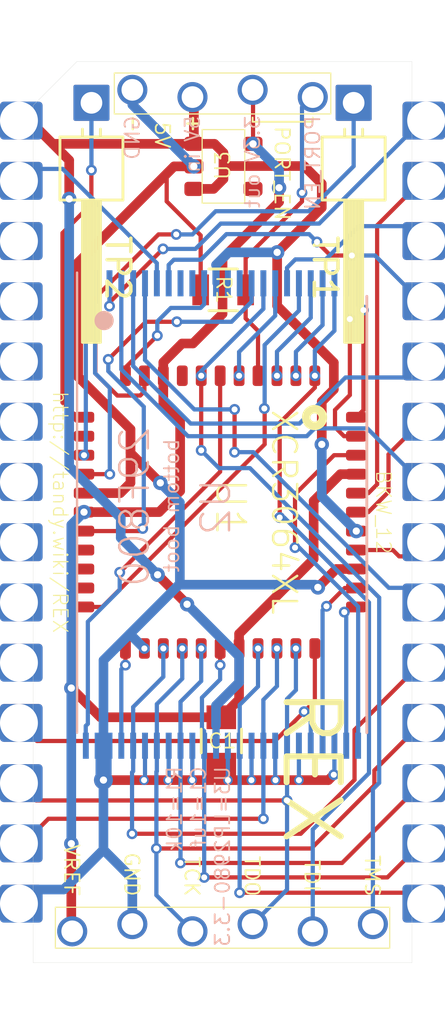
<source format=kicad_pcb>
(kicad_pcb (version 20171130) (host pcbnew 5.1.5-52549c5~84~ubuntu19.04.1)

  (general
    (thickness 1.6)
    (drawings 38)
    (tracks 504)
    (zones 0)
    (modules 10)
    (nets 42)
  )

  (page A4)
  (title_block
    (title REX1_bkw)
    (rev 12)
    (comment 1 "Original: Steve Adolph")
    (comment 2 "Modified: Brian K. White")
  )

  (layers
    (0 Top signal)
    (31 Bottom signal)
    (32 B.Adhes user hide)
    (33 F.Adhes user hide)
    (34 B.Paste user hide)
    (35 F.Paste user hide)
    (36 B.SilkS user)
    (37 F.SilkS user)
    (38 B.Mask user)
    (39 F.Mask user)
    (40 Dwgs.User user hide)
    (41 Cmts.User user hide)
    (42 Eco1.User user hide)
    (43 Eco2.User user hide)
    (44 Edge.Cuts user)
    (45 Margin user hide)
    (46 B.CrtYd user hide)
    (47 F.CrtYd user hide)
    (48 B.Fab user hide)
    (49 F.Fab user hide)
  )

  (setup
    (last_trace_width 0.4064)
    (user_trace_width 0.1778)
    (user_trace_width 0.3048)
    (user_trace_width 0.4064)
    (trace_clearance 0.1778)
    (zone_clearance 0.508)
    (zone_45_only no)
    (trace_min 0.1778)
    (via_size 0.4572)
    (via_drill 0.3048)
    (via_min_size 0.381)
    (via_min_drill 0.254)
    (user_via 0.4572 0.254)
    (user_via 0.6096 0.3048)
    (uvia_size 0.3)
    (uvia_drill 0.1)
    (uvias_allowed no)
    (uvia_min_size 0.2)
    (uvia_min_drill 0.1)
    (edge_width 0.01)
    (segment_width 0.2032)
    (pcb_text_width 0.254)
    (pcb_text_size 1.2192 1.2192)
    (mod_edge_width 0.0254)
    (mod_text_size 0.4572 0.4572)
    (mod_text_width 0.0254)
    (pad_size 1.905 2.032)
    (pad_drill 1.524)
    (pad_to_mask_clearance 0)
    (aux_axis_origin 0 0)
    (grid_origin 147.2184 99.187)
    (visible_elements FFFFFF7F)
    (pcbplotparams
      (layerselection 0x010fc_ffffffff)
      (usegerberextensions false)
      (usegerberattributes false)
      (usegerberadvancedattributes false)
      (creategerberjobfile false)
      (excludeedgelayer true)
      (linewidth 0.100000)
      (plotframeref false)
      (viasonmask false)
      (mode 1)
      (useauxorigin false)
      (hpglpennumber 1)
      (hpglpenspeed 20)
      (hpglpendiameter 15.000000)
      (psnegative false)
      (psa4output false)
      (plotreference true)
      (plotvalue true)
      (plotinvisibletext false)
      (padsonsilk false)
      (subtractmaskfromsilk false)
      (outputformat 1)
      (mirror false)
      (drillshape 1)
      (scaleselection 1)
      (outputdirectory ""))
  )

  (net 0 "")
  (net 1 GND)
  (net 2 +3V3)
  (net 3 /LVA17)
  (net 4 /LVA0)
  (net 5 /AD7)
  (net 6 /AD6)
  (net 7 /AD5)
  (net 8 /AD4)
  (net 9 /+5)
  (net 10 /AD3)
  (net 11 /AD2)
  (net 12 /AD1)
  (net 13 /AD0)
  (net 14 /LVA1)
  (net 15 /LVA2)
  (net 16 /LVA3)
  (net 17 /LVA4)
  (net 18 /LVA5)
  (net 19 /LVA6)
  (net 20 /LVA7)
  (net 21 /A8)
  (net 22 /LVA18)
  (net 23 /LVA19)
  (net 24 /A9)
  (net 25 /A10)
  (net 26 /A11)
  (net 27 /A12)
  (net 28 /A13)
  (net 29 /A14)
  (net 30 /LVA15)
  (net 31 /LVA16)
  (net 32 /PORT_EN)
  (net 33 /ALE)
  (net 34 /TP2)
  (net 35 /TP1)
  (net 36 /~RD)
  (net 37 /~CS)
  (net 38 /~WE)
  (net 39 /RY_BY)
  (net 40 /~CE)
  (net 41 /~OE)

  (net_class Default "This is the default net class."
    (clearance 0.1778)
    (trace_width 0.1778)
    (via_dia 0.4572)
    (via_drill 0.3048)
    (uvia_dia 0.3)
    (uvia_drill 0.1)
    (add_net +3V3)
    (add_net /+5)
    (add_net /A10)
    (add_net /A11)
    (add_net /A12)
    (add_net /A13)
    (add_net /A14)
    (add_net /A8)
    (add_net /A9)
    (add_net /AD0)
    (add_net /AD1)
    (add_net /AD2)
    (add_net /AD3)
    (add_net /AD4)
    (add_net /AD5)
    (add_net /AD6)
    (add_net /AD7)
    (add_net /ALE)
    (add_net /LVA0)
    (add_net /LVA1)
    (add_net /LVA15)
    (add_net /LVA16)
    (add_net /LVA17)
    (add_net /LVA18)
    (add_net /LVA19)
    (add_net /LVA2)
    (add_net /LVA3)
    (add_net /LVA4)
    (add_net /LVA5)
    (add_net /LVA6)
    (add_net /LVA7)
    (add_net /PORT_EN)
    (add_net /RY_BY)
    (add_net /TP1)
    (add_net /TP2)
    (add_net /~CE)
    (add_net /~CS)
    (add_net /~OE)
    (add_net /~RD)
    (add_net /~WE)
    (add_net GND)
  )

  (module 000_LOCAL:pcb2molex8878_chamfer locked (layer Top) (tedit 5E3B347E) (tstamp 5D59F431)
    (at 147.2184 99.187)
    (descr "Castellated edge contacts to fit Molex 8878 Socket")
    (path /5D27638E)
    (solder_mask_margin -0.28)
    (fp_text reference J1 (at -0.9906 -0.9906 -90) (layer Dwgs.User) hide
      (effects (font (size 1.2065 1.2065) (thickness 0.127)) (justify left bottom))
    )
    (fp_text value Molex_DIP28_edge_contacts (at 2.0701 -8.8773 -90) (layer F.Fab) hide
      (effects (font (size 1.2065 1.2065) (thickness 0.1016)) (justify left bottom))
    )
    (fp_line (start -8 -19) (end -6.15 -19) (layer Dwgs.User) (width 0.01))
    (fp_line (start -8 -17.15) (end -8 -19) (layer Dwgs.User) (width 0.01))
    (fp_line (start -6.15 -19) (end -8 -17.15) (layer Eco2.User) (width 0.01))
    (fp_line (start -8 19) (end -8 -17.15) (layer Eco2.User) (width 0.01))
    (fp_line (start 8 -19) (end -6.15 -19) (layer Eco2.User) (width 0.01))
    (fp_line (start 8 -19) (end 8 19) (layer Eco2.User) (width 0.01))
    (fp_line (start -8 19) (end 8 19) (layer Eco2.User) (width 0.01))
    (fp_line (start 4.5593 19.05) (end 8.1 19.05) (layer Eco1.User) (width 0.01))
    (fp_line (start -8.1 19.05) (end -4.5593 19.05) (layer Eco1.User) (width 0.01))
    (fp_line (start 0.762 -19.05) (end 8.1 -19.05) (layer Eco1.User) (width 0.01))
    (fp_line (start -8.1 -19.05) (end -0.762 -19.05) (layer Eco1.User) (width 0.01))
    (fp_text user "back components & legs" (at -2.2 10.25) (layer Dwgs.User)
      (effects (font (size 0.2 0.2) (thickness 0.01)))
    )
    (fp_line (start -7.2 10) (end -4.2 10) (layer Dwgs.User) (width 0.01))
    (fp_line (start -7.2 10) (end -6.95 10.25) (layer Dwgs.User) (width 0.01))
    (fp_line (start -6.95 9.75) (end -7.2 10) (layer Dwgs.User) (width 0.01))
    (fp_text user "14.4x36.4x1.6mm pocket" (at -2.2 10) (layer Dwgs.User)
      (effects (font (size 0.2 0.2) (thickness 0.01)))
    )
    (fp_line (start -7.2 -18.2) (end -7.2 18.2) (layer Dwgs.User) (width 0.01))
    (fp_line (start 7.2 -18.2) (end -7.2 -18.2) (layer Dwgs.User) (width 0.01))
    (fp_line (start 7.2 18.2) (end 7.2 -18.2) (layer Dwgs.User) (width 0.01))
    (fp_line (start -7.2 18.2) (end 7.2 18.2) (layer Dwgs.User) (width 0.01))
    (fp_text user "Eco1.User is Edge.Cuts for use without carrier." (at -0.0298 12.25) (layer Eco1.User)
      (effects (font (size 0.2 0.2) (thickness 0.01)))
    )
    (fp_text user "Eco2.User is Edge.Cuts for use with carrier" (at 0.125 14.025 unlocked) (layer Eco2.User)
      (effects (font (size 0.2 0.2) (thickness 0.01)))
    )
    (fp_line (start 8.1 19.05) (end 8.1 -19.05) (layer Eco1.User) (width 0.01))
    (fp_line (start -8.1 19.05) (end -8.1 -19.05) (layer Eco1.User) (width 0.01))
    (fp_arc (start 1.6256 -19.9136) (end 0.762 -19.9136) (angle -90) (layer Eco1.User) (width 0.00508))
    (fp_arc (start -1.6256 -19.9136) (end -1.6256 -19.05) (angle -90) (layer Eco1.User) (width 0.00508))
    (fp_arc (start 2.1717 19.9136) (end 3.0353 19.9136) (angle -90) (layer Eco1.User) (width 0.00508))
    (fp_arc (start 5.4229 19.9136) (end 5.4229 19.05) (angle -90) (layer Eco1.User) (width 0.00508))
    (fp_arc (start -2.1717 19.9136) (end -2.1717 19.05) (angle -90) (layer Eco1.User) (width 0.00508))
    (fp_arc (start -5.4229 19.9136) (end -4.5593 19.9136) (angle -90) (layer Eco1.User) (width 0.00508))
    (fp_line (start 3.0353 19.05) (end -3.0353 19.05) (layer Eco1.User) (width 0.01))
    (fp_line (start 3.0353 21.59) (end 3.0353 19.05) (layer Eco1.User) (width 0.01))
    (fp_line (start 4.5593 21.59) (end 3.0353 21.59) (layer Eco1.User) (width 0.01))
    (fp_line (start 4.5593 19.05) (end 4.5593 21.59) (layer Eco1.User) (width 0.01))
    (fp_line (start -3.0353 21.59) (end -3.0353 19.05) (layer Eco1.User) (width 0.01))
    (fp_line (start -4.5593 21.59) (end -3.0353 21.59) (layer Eco1.User) (width 0.01))
    (fp_line (start -4.5593 19.05) (end -4.5593 21.59) (layer Eco1.User) (width 0.01))
    (fp_line (start 0.762 -21.59) (end 0.762 -19.05) (layer Eco1.User) (width 0.01))
    (fp_line (start -0.762 -21.59) (end 0.762 -21.59) (layer Eco1.User) (width 0.01))
    (fp_line (start -0.762 -19.05) (end -0.762 -21.59) (layer Eco1.User) (width 0.01))
    (pad 1 thru_hole roundrect (at -8.6 -16.51) (size 1.8 1.6) (drill 1.6 (offset 0.1 0)) (layers *.Cu *.Mask) (roundrect_rratio 0.1)
      (net 9 /+5) (solder_mask_margin -0.19))
    (pad 15 thru_hole roundrect (at 8.6 16.51 180) (size 1.8 1.6) (drill 1.6 (offset 0.1 0)) (layers *.Cu *.Mask) (roundrect_rratio 0.1)
      (net 10 /AD3) (solder_mask_margin -0.19))
    (pad 2 thru_hole roundrect (at -8.6 -13.97) (size 1.8 1.6) (drill 1.6 (offset 0.1 0)) (layers *.Cu *.Mask) (roundrect_rratio 0.1)
      (net 25 /A10) (solder_mask_margin -0.19))
    (pad 16 thru_hole roundrect (at 8.6 13.97 180) (size 1.8 1.6) (drill 1.6 (offset 0.1 0)) (layers *.Cu *.Mask) (roundrect_rratio 0.1)
      (net 8 /AD4) (solder_mask_margin -0.19))
    (pad 3 thru_hole roundrect (at -8.6 -11.43) (size 1.8 1.6) (drill 1.6 (offset 0.1 0)) (layers *.Cu *.Mask) (roundrect_rratio 0.1)
      (solder_mask_margin -0.19))
    (pad 17 thru_hole roundrect (at 8.6 11.43 180) (size 1.8 1.6) (drill 1.6 (offset 0.1 0)) (layers *.Cu *.Mask) (roundrect_rratio 0.1)
      (net 7 /AD5) (solder_mask_margin -0.19))
    (pad 4 thru_hole roundrect (at -8.6 -8.89) (size 1.8 1.6) (drill 1.6 (offset 0.1 0)) (layers *.Cu *.Mask) (roundrect_rratio 0.1)
      (solder_mask_margin -0.19))
    (pad 18 thru_hole roundrect (at 8.6 8.89 180) (size 1.8 1.6) (drill 1.6 (offset 0.1 0)) (layers *.Cu *.Mask) (roundrect_rratio 0.1)
      (net 6 /AD6) (solder_mask_margin -0.19))
    (pad 5 thru_hole roundrect (at -8.6 -6.35) (size 1.8 1.6) (drill 1.6 (offset 0.1 0)) (layers *.Cu *.Mask) (roundrect_rratio 0.1)
      (solder_mask_margin -0.19))
    (pad 19 thru_hole roundrect (at 8.6 6.35 180) (size 1.8 1.6) (drill 1.6 (offset 0.1 0)) (layers *.Cu *.Mask) (roundrect_rratio 0.1)
      (net 5 /AD7) (solder_mask_margin -0.19))
    (pad 6 thru_hole roundrect (at -8.6 -3.81) (size 1.8 1.6) (drill 1.6 (offset 0.1 0)) (layers *.Cu *.Mask) (roundrect_rratio 0.1)
      (solder_mask_margin -0.19))
    (pad 20 thru_hole roundrect (at 8.6 3.81 180) (size 1.8 1.6) (drill 1.6 (offset 0.1 0)) (layers *.Cu *.Mask) (roundrect_rratio 0.1)
      (net 26 /A11) (solder_mask_margin -0.19))
    (pad 7 thru_hole roundrect (at -8.6 -1.27) (size 1.8 1.6) (drill 1.6 (offset 0.1 0)) (layers *.Cu *.Mask) (roundrect_rratio 0.1)
      (solder_mask_margin -0.19))
    (pad 21 thru_hole roundrect (at 8.6 1.27 180) (size 1.8 1.6) (drill 1.6 (offset 0.1 0)) (layers *.Cu *.Mask) (roundrect_rratio 0.1)
      (net 36 /~RD) (solder_mask_margin -0.19))
    (pad 8 thru_hole roundrect (at -8.6 1.27) (size 1.8 1.6) (drill 1.6 (offset 0.1 0)) (layers *.Cu *.Mask) (roundrect_rratio 0.1)
      (solder_mask_margin -0.19))
    (pad 22 thru_hole roundrect (at 8.6 -1.27 180) (size 1.8 1.6) (drill 1.6 (offset 0.1 0)) (layers *.Cu *.Mask) (roundrect_rratio 0.1)
      (net 28 /A13) (solder_mask_margin -0.19))
    (pad 9 thru_hole roundrect (at -8.6 3.81) (size 1.8 1.6) (drill 1.6 (offset 0.1 0)) (layers *.Cu *.Mask) (roundrect_rratio 0.1)
      (solder_mask_margin -0.19))
    (pad 23 thru_hole roundrect (at 8.6 -3.81 180) (size 1.8 1.6) (drill 1.6 (offset 0.1 0)) (layers *.Cu *.Mask) (roundrect_rratio 0.1)
      (net 33 /ALE) (solder_mask_margin -0.19))
    (pad 10 thru_hole roundrect (at -8.6 6.35) (size 1.8 1.6) (drill 1.6 (offset 0.1 0)) (layers *.Cu *.Mask) (roundrect_rratio 0.1)
      (solder_mask_margin -0.19))
    (pad 24 thru_hole roundrect (at 8.6 -6.35 180) (size 1.8 1.6) (drill 1.6 (offset 0.1 0)) (layers *.Cu *.Mask) (roundrect_rratio 0.1)
      (net 27 /A12) (solder_mask_margin -0.19))
    (pad 11 thru_hole roundrect (at -8.6 8.89) (size 1.8 1.6) (drill 1.6 (offset 0.1 0)) (layers *.Cu *.Mask) (roundrect_rratio 0.1)
      (net 13 /AD0) (solder_mask_margin -0.19))
    (pad 25 thru_hole roundrect (at 8.6 -8.89 180) (size 1.8 1.6) (drill 1.6 (offset 0.1 0)) (layers *.Cu *.Mask) (roundrect_rratio 0.1)
      (net 24 /A9) (solder_mask_margin -0.19))
    (pad 12 thru_hole roundrect (at -8.6 11.43) (size 1.8 1.6) (drill 1.6 (offset 0.1 0)) (layers *.Cu *.Mask) (roundrect_rratio 0.1)
      (net 12 /AD1) (solder_mask_margin -0.19))
    (pad 26 thru_hole roundrect (at 8.6 -11.43 180) (size 1.8 1.6) (drill 1.6 (offset 0.1 0)) (layers *.Cu *.Mask) (roundrect_rratio 0.1)
      (net 21 /A8) (solder_mask_margin -0.19))
    (pad 13 thru_hole roundrect (at -8.6 13.97) (size 1.8 1.6) (drill 1.6 (offset 0.1 0)) (layers *.Cu *.Mask) (roundrect_rratio 0.1)
      (net 11 /AD2) (solder_mask_margin -0.19))
    (pad 27 thru_hole roundrect (at 8.6 -13.97 180) (size 1.8 1.6) (drill 1.6 (offset 0.1 0)) (layers *.Cu *.Mask) (roundrect_rratio 0.1)
      (net 37 /~CS) (solder_mask_margin -0.19))
    (pad 14 thru_hole roundrect (at -8.6 16.51) (size 1.8 1.6) (drill 1.6 (offset 0.1 0)) (layers *.Cu *.Mask) (roundrect_rratio 0.1)
      (net 1 GND) (solder_mask_margin -0.19))
    (pad 28 thru_hole roundrect (at 8.6 -16.51 180) (size 1.8 1.6) (drill 1.6 (offset 0.1 0)) (layers *.Cu *.Mask) (roundrect_rratio 0.1)
      (net 29 /A14) (solder_mask_margin -0.19))
    (model ${KIPRJMOD}/000_LOCAL.pretty/3d/pcb2molex8878_chamfer.step
      (offset (xyz 0 0 -0.43))
      (scale (xyz 1 1 1))
      (rotate (xyz 0 0 90))
    )
  )

  (module 000_LOCAL:1x4_jamb_stagger (layer Top) (tedit 5D492BC0) (tstamp 5D2E7721)
    (at 147.2184 81.534)
    (descr "jamb connector, 4 pin, staggered")
    (path /5D265CE5)
    (solder_mask_margin -0.17272)
    (fp_text reference J3 (at -1.332036 -1.850661 -180) (layer Dwgs.User)
      (effects (font (size 1.2065 1.2065) (thickness 0.127)) (justify right bottom))
    )
    (fp_text value PRG (at 0.039564 2.518139 unlocked) (layer F.Fab)
      (effects (font (size 1.2065 1.2065) (thickness 0.1016)) (justify bottom))
    )
    (fp_poly (pts (xy 0.9525 -0.3175) (xy 0.9525 0.3175) (xy 1.5875 0.3175) (xy 1.5875 -0.3175)) (layer Dwgs.User) (width 0.000254))
    (fp_poly (pts (xy -1.5875 -0.3175) (xy -1.5875 0.3175) (xy -0.9525 0.3175) (xy -0.9525 -0.3175)) (layer Dwgs.User) (width 0.000254))
    (fp_poly (pts (xy 3.4925 -0.3175) (xy 3.4925 0.3175) (xy 4.1275 0.3175) (xy 4.1275 -0.3175)) (layer Dwgs.User) (width 0.000254))
    (fp_poly (pts (xy -4.1275 -0.3175) (xy -4.1275 0.3175) (xy -3.4925 0.3175) (xy -3.4925 -0.3175)) (layer Dwgs.User) (width 0.000254))
    (pad 4 thru_hole circle (at 3.81 0.1524) (size 1.27 1.27) (drill 0.9144) (layers *.Cu *.Mask)
      (net 32 /PORT_EN))
    (pad 3 thru_hole circle (at 1.27 -0.1524) (size 1.27 1.27) (drill 0.9144) (layers *.Cu *.Mask)
      (net 2 +3V3))
    (pad 2 thru_hole circle (at -1.27 0.1524) (size 1.27 1.27) (drill 0.9144) (layers *.Cu *.Mask)
      (net 9 /+5))
    (pad 1 thru_hole circle (at -3.81 -0.1524) (size 1.27 1.27) (drill 0.9144) (layers *.Cu *.Mask)
      (net 1 GND))
  )

  (module 000_LOCAL:1x6_jamb_stagger (layer Top) (tedit 5D492B89) (tstamp 5D255940)
    (at 147.2184 116.713)
    (descr "6 pin jamb connector, perpendicular offsets")
    (path /5D38CEC5)
    (solder_mask_margin -0.17272)
    (fp_text reference J2 (at -1.288539 -1.699304 -180) (layer Dwgs.User)
      (effects (font (size 1.2065 1.2065) (thickness 0.127)) (justify right bottom))
    )
    (fp_text value JTAG (at 0.057661 2.669496 unlocked) (layer F.Fab)
      (effects (font (size 1.2065 1.2065) (thickness 0.1016)) (justify bottom))
    )
    (fp_poly (pts (xy 6.0325 -0.3175) (xy 6.0325 0.3175) (xy 6.6675 0.3175) (xy 6.6675 -0.3175)) (layer Dwgs.User) (width 0))
    (fp_poly (pts (xy 3.4925 -0.3175) (xy 3.4925 0.3175) (xy 4.1275 0.3175) (xy 4.1275 -0.3175)) (layer Dwgs.User) (width 0))
    (fp_poly (pts (xy 0.9525 -0.3175) (xy 0.9525 0.3175) (xy 1.5875 0.3175) (xy 1.5875 -0.3175)) (layer Dwgs.User) (width 0))
    (fp_poly (pts (xy -1.5875 -0.3175) (xy -1.5875 0.3175) (xy -0.9525 0.3175) (xy -0.9525 -0.3175)) (layer Dwgs.User) (width 0))
    (fp_poly (pts (xy -4.1275 -0.3175) (xy -4.1275 0.3175) (xy -3.4925 0.3175) (xy -3.4925 -0.3175)) (layer Dwgs.User) (width 0))
    (fp_poly (pts (xy -6.6675 -0.3175) (xy -6.6675 0.3175) (xy -6.0325 0.3175) (xy -6.0325 -0.3175)) (layer Dwgs.User) (width 0))
    (pad 6 thru_hole circle (at 6.35 -0.1524) (size 1.27 1.27) (drill 0.9144) (layers *.Cu *.Mask)
      (net 23 /LVA19))
    (pad 5 thru_hole circle (at 3.81 0.1524) (size 1.27 1.27) (drill 0.9144) (layers *.Cu *.Mask)
      (net 17 /LVA4))
    (pad 4 thru_hole circle (at 1.27 -0.1524) (size 1.27 1.27) (drill 0.9144) (layers *.Cu *.Mask)
      (net 12 /AD1))
    (pad 3 thru_hole circle (at -1.27 0.1524) (size 1.27 1.27) (drill 0.9144) (layers *.Cu *.Mask)
      (net 6 /AD6))
    (pad 2 thru_hole circle (at -3.81 -0.1524) (size 1.27 1.27) (drill 0.9144) (layers *.Cu *.Mask)
      (net 1 GND))
    (pad 1 thru_hole circle (at -6.35 0.1524) (size 1.27 1.27) (drill 0.9144) (layers *.Cu *.Mask)
      (net 2 +3V3))
  )

  (module 000_LOCAL:SOT-23-5 (layer Top) (tedit 5D2E7E51) (tstamp 5E3C09DF)
    (at 147.2565 84.6074)
    (descr "5-pin SOT23 package")
    (tags SOT-23-5)
    (path /5D30DD1C)
    (attr smd)
    (fp_text reference U3 (at -0.02794 -0.04064 -90) (layer F.SilkS)
      (effects (font (size 0.6096 0.6096) (thickness 0.0762)))
    )
    (fp_text value LP2980 (at 0 2.9) (layer F.Fab)
      (effects (font (size 1 1) (thickness 0.15)))
    )
    (fp_line (start -0.9 -1.55) (end -0.9 1.55) (layer F.SilkS) (width 0.0508))
    (fp_line (start 0.9 -1.55) (end -0.9 -1.55) (layer F.SilkS) (width 0.0508))
    (fp_line (start 0.9 1.55) (end 0.9 -1.55) (layer F.SilkS) (width 0.0508))
    (fp_line (start -0.9 1.55) (end 0.9 1.55) (layer F.SilkS) (width 0.0508))
    (fp_text user %R (at 0 0 90) (layer F.Fab)
      (effects (font (size 0.5 0.5) (thickness 0.075)))
    )
    (fp_line (start -0.9 -0.9) (end -0.25 -1.55) (layer F.Fab) (width 0.1))
    (fp_line (start 0.9 -1.55) (end -0.25 -1.55) (layer F.Fab) (width 0.1))
    (fp_line (start -0.9 -0.9) (end -0.9 1.55) (layer F.Fab) (width 0.1))
    (fp_line (start 0.9 1.55) (end -0.9 1.55) (layer F.Fab) (width 0.1))
    (fp_line (start 0.9 -1.55) (end 0.9 1.55) (layer F.Fab) (width 0.1))
    (pad 1 smd roundrect (at -1.25 -0.95) (size 0.8 0.6) (layers Top F.Paste F.Mask) (roundrect_rratio 0.25)
      (net 9 /+5))
    (pad 2 smd roundrect (at -1.25 0) (size 0.8 0.6) (layers Top F.Paste F.Mask) (roundrect_rratio 0.25)
      (net 1 GND))
    (pad 3 smd roundrect (at -1.25 0.95) (size 0.8 0.6) (layers Top F.Paste F.Mask) (roundrect_rratio 0.25)
      (net 9 /+5))
    (pad 4 smd roundrect (at 1.25 0.95) (size 0.8 0.6) (layers Top F.Paste F.Mask) (roundrect_rratio 0.25))
    (pad 5 smd roundrect (at 1.25 -0.95) (size 0.8 0.6) (layers Top F.Paste F.Mask) (roundrect_rratio 0.25)
      (net 2 +3V3))
    (model ${KISYS3DMOD}/Package_TO_SOT_SMD.3dshapes/SOT-23-5.step
      (at (xyz 0 0 0))
      (scale (xyz 1 1 1))
      (rotate (xyz 0 0 0))
    )
  )

  (module 000_LOCAL:TSOP-48 locked (layer Bottom) (tedit 5D2DBE0D) (tstamp 5D09E59B)
    (at 147.193 99.2886 270)
    (descr "TSOP I, 32 pins, 18.4x8mm body (https://www.micron.com/~/media/documents/products/technical-note/nor-flash/tn1225_land_pad_design.pdf)")
    (tags "TSOP I 32")
    (path /5D294874)
    (attr smd)
    (fp_text reference U2 (at -1.58496 -0.44958 90) (layer B.SilkS)
      (effects (font (size 1.2065 1.2065) (thickness 0.1016)) (justify left bottom mirror))
    )
    (fp_text value 29F800 (at -3.77698 2.97942 90) (layer B.SilkS)
      (effects (font (size 1.2065 1.2065) (thickness 0.1016)) (justify left bottom mirror))
    )
    (fp_circle (center -8.1788 4.9784) (end -7.9756 4.9784) (layer B.SilkS) (width 0.4064))
    (fp_line (start -8.2 6) (end 9.2 6) (layer B.Fab) (width 0.1))
    (fp_line (start -9.2 -6) (end -9.2 5) (layer B.Fab) (width 0.1))
    (fp_line (start 9.2 -6) (end -9.2 -6) (layer B.Fab) (width 0.1))
    (fp_line (start 9.2 6) (end 9.2 -6) (layer B.Fab) (width 0.1))
    (fp_text user %R (at 0 0 90) (layer B.Fab)
      (effects (font (size 1 1) (thickness 0.15)) (justify mirror))
    )
    (fp_line (start -8.2 6) (end -9.2 5) (layer B.Fab) (width 0.1))
    (fp_line (start 9.2 6.12) (end -10.2 6.12) (layer B.SilkS) (width 0.1))
    (fp_line (start -9.2 -6.12) (end 9.2 -6.12) (layer B.SilkS) (width 0.12))
    (fp_line (start -10.55 6.25) (end 10.55 6.25) (layer B.CrtYd) (width 0.05))
    (fp_line (start 10.55 6.25) (end 10.55 -6.25) (layer B.CrtYd) (width 0.05))
    (fp_line (start 10.55 -6.25) (end -10.55 -6.25) (layer B.CrtYd) (width 0.05))
    (fp_line (start -10.55 -6.25) (end -10.55 6.25) (layer B.CrtYd) (width 0.05))
    (pad 48 smd rect (at 9.75 5.75 270) (size 1.1 0.25) (layers Bottom B.Paste B.Mask)
      (net 3 /LVA17))
    (pad 47 smd rect (at 9.75 5.25 270) (size 1.1 0.25) (layers Bottom B.Paste B.Mask)
      (net 1 GND))
    (pad 46 smd rect (at 9.75 4.75 270) (size 1.1 0.25) (layers Bottom B.Paste B.Mask)
      (net 1 GND))
    (pad 45 smd rect (at 9.75 4.25 270) (size 1.1 0.25) (layers Bottom B.Paste B.Mask)
      (net 4 /LVA0))
    (pad 44 smd rect (at 9.75 3.75 270) (size 1.1 0.25) (layers Bottom B.Paste B.Mask)
      (net 5 /AD7))
    (pad 43 smd rect (at 9.75 3.25 270) (size 1.1 0.25) (layers Bottom B.Paste B.Mask)
      (net 1 GND))
    (pad 42 smd rect (at 9.75 2.75 270) (size 1.1 0.25) (layers Bottom B.Paste B.Mask)
      (net 6 /AD6))
    (pad 41 smd rect (at 9.75 2.25 270) (size 1.1 0.25) (layers Bottom B.Paste B.Mask)
      (net 1 GND))
    (pad 40 smd rect (at 9.75 1.75 270) (size 1.1 0.25) (layers Bottom B.Paste B.Mask)
      (net 7 /AD5))
    (pad 39 smd rect (at 9.75 1.25 270) (size 1.1 0.25) (layers Bottom B.Paste B.Mask)
      (net 1 GND))
    (pad 38 smd rect (at 9.75 0.75 270) (size 1.1 0.25) (layers Bottom B.Paste B.Mask)
      (net 8 /AD4))
    (pad 37 smd rect (at 9.75 0.25 270) (size 1.1 0.25) (layers Bottom B.Paste B.Mask)
      (net 9 /+5))
    (pad 36 smd rect (at 9.75 -0.25 270) (size 1.1 0.25) (layers Bottom B.Paste B.Mask)
      (net 1 GND))
    (pad 35 smd rect (at 9.75 -0.75 270) (size 1.1 0.25) (layers Bottom B.Paste B.Mask)
      (net 10 /AD3))
    (pad 34 smd rect (at 9.75 -1.25 270) (size 1.1 0.25) (layers Bottom B.Paste B.Mask)
      (net 1 GND))
    (pad 33 smd rect (at 9.75 -1.75 270) (size 1.1 0.25) (layers Bottom B.Paste B.Mask)
      (net 11 /AD2))
    (pad 32 smd rect (at 9.75 -2.25 270) (size 1.1 0.25) (layers Bottom B.Paste B.Mask)
      (net 1 GND))
    (pad 31 smd rect (at 9.75 -2.75 270) (size 1.1 0.25) (layers Bottom B.Paste B.Mask)
      (net 12 /AD1))
    (pad 30 smd rect (at 9.75 -3.25 270) (size 1.1 0.25) (layers Bottom B.Paste B.Mask)
      (net 1 GND))
    (pad 29 smd rect (at 9.75 -3.75 270) (size 1.1 0.25) (layers Bottom B.Paste B.Mask)
      (net 13 /AD0))
    (pad 28 smd rect (at 9.75 -4.25 270) (size 1.1 0.25) (layers Bottom B.Paste B.Mask)
      (net 41 /~OE))
    (pad 27 smd rect (at 9.75 -4.75 270) (size 1.1 0.25) (layers Bottom B.Paste B.Mask)
      (net 1 GND))
    (pad 26 smd rect (at 9.75 -5.25 270) (size 1.1 0.25) (layers Bottom B.Paste B.Mask)
      (net 40 /~CE))
    (pad 24 smd rect (at -9.75 -5.75 270) (size 1.1 0.25) (layers Bottom B.Paste B.Mask)
      (net 15 /LVA2))
    (pad 23 smd rect (at -9.75 -5.25 270) (size 1.1 0.25) (layers Bottom B.Paste B.Mask)
      (net 16 /LVA3))
    (pad 22 smd rect (at -9.75 -4.75 270) (size 1.1 0.25) (layers Bottom B.Paste B.Mask)
      (net 17 /LVA4))
    (pad 21 smd rect (at -9.75 -4.25 270) (size 1.1 0.25) (layers Bottom B.Paste B.Mask)
      (net 18 /LVA5))
    (pad 20 smd rect (at -9.75 -3.75 270) (size 1.1 0.25) (layers Bottom B.Paste B.Mask)
      (net 19 /LVA6))
    (pad 19 smd rect (at -9.75 -3.25 270) (size 1.1 0.25) (layers Bottom B.Paste B.Mask)
      (net 20 /LVA7))
    (pad 18 smd rect (at -9.75 -2.75 270) (size 1.1 0.25) (layers Bottom B.Paste B.Mask)
      (net 21 /A8))
    (pad 17 smd rect (at -9.75 -2.25 270) (size 1.1 0.25) (layers Bottom B.Paste B.Mask)
      (net 22 /LVA18))
    (pad 16 smd rect (at -9.75 -1.75 270) (size 1.1 0.25) (layers Bottom B.Paste B.Mask)
      (net 23 /LVA19))
    (pad 15 smd rect (at -9.75 -1.25 270) (size 1.1 0.25) (layers Bottom B.Paste B.Mask)
      (net 39 /RY_BY))
    (pad 14 smd rect (at -9.75 -0.75 270) (size 1.1 0.25) (layers Bottom B.Paste B.Mask))
    (pad 13 smd rect (at -9.75 -0.25 270) (size 1.1 0.25) (layers Bottom B.Paste B.Mask))
    (pad 12 smd rect (at -9.75 0.25 270) (size 1.1 0.25) (layers Bottom B.Paste B.Mask)
      (net 9 /+5))
    (pad 11 smd rect (at -9.75 0.75 270) (size 1.1 0.25) (layers Bottom B.Paste B.Mask)
      (net 38 /~WE))
    (pad 10 smd rect (at -9.75 1.25 270) (size 1.1 0.25) (layers Bottom B.Paste B.Mask))
    (pad 9 smd rect (at -9.75 1.75 270) (size 1.1 0.25) (layers Bottom B.Paste B.Mask))
    (pad 8 smd rect (at -9.75 2.25 270) (size 1.1 0.25) (layers Bottom B.Paste B.Mask)
      (net 24 /A9))
    (pad 7 smd rect (at -9.75 2.75 270) (size 1.1 0.25) (layers Bottom B.Paste B.Mask)
      (net 25 /A10))
    (pad 6 smd rect (at -9.75 3.25 270) (size 1.1 0.25) (layers Bottom B.Paste B.Mask)
      (net 26 /A11))
    (pad 5 smd rect (at -9.75 3.75 270) (size 1.1 0.25) (layers Bottom B.Paste B.Mask)
      (net 27 /A12))
    (pad 4 smd rect (at -9.75 4.25 270) (size 1.1 0.25) (layers Bottom B.Paste B.Mask)
      (net 28 /A13))
    (pad 3 smd rect (at -9.75 4.75 270) (size 1.1 0.25) (layers Bottom B.Paste B.Mask)
      (net 29 /A14))
    (pad 2 smd rect (at -9.75 5.25 270) (size 1.1 0.25) (layers Bottom B.Paste B.Mask)
      (net 30 /LVA15))
    (pad 25 smd rect (at 9.75 -5.75 270) (size 1.1 0.25) (layers Bottom B.Paste B.Mask)
      (net 14 /LVA1))
    (pad 1 smd rect (at -9.75 5.75 270) (size 1.1 0.25) (layers Bottom B.Paste B.Mask)
      (net 31 /LVA16))
    (model ${KISYS3DMOD}/Package_SO.3dshapes/TSOP-I-48_12x18.4mm_P0.5mm.step
      (at (xyz 0 0 0))
      (scale (xyz 1 1 1))
      (rotate (xyz 0 0 0))
    )
  )

  (module 000_LOCAL:1x1_pin_h (layer Top) (tedit 5D2564BC) (tstamp 5D25596D)
    (at 152.7556 81.9277 270)
    (descr "Through hole angled pin header, 1x01, 2.54mm pitch, 6mm pin length, single row")
    (tags "Through hole angled pin header THT 1x01 2.54mm single row")
    (path /E5F42BB8)
    (fp_text reference TP1 (at 6.9723 1.2065 270 unlocked) (layer F.SilkS)
      (effects (font (size 1 1) (thickness 0.15)))
    )
    (fp_text value PINHD-1X1 (at 4.31 3.16 90) (layer F.Fab)
      (effects (font (size 1 1) (thickness 0.15)))
    )
    (fp_line (start 2.135 -1.27) (end 4.04 -1.27) (layer F.Fab) (width 0.1))
    (fp_line (start 4.04 -1.27) (end 4.04 1.27) (layer F.Fab) (width 0.1))
    (fp_line (start 4.04 1.27) (end 1.5 1.27) (layer F.Fab) (width 0.1))
    (fp_line (start 1.5 1.27) (end 1.5 -0.635) (layer F.Fab) (width 0.1))
    (fp_line (start 1.5 -0.635) (end 2.135 -1.27) (layer F.Fab) (width 0.1))
    (fp_line (start -0.32 -0.32) (end 1.5 -0.32) (layer F.Fab) (width 0.1))
    (fp_line (start -0.32 -0.32) (end -0.32 0.32) (layer F.Fab) (width 0.1))
    (fp_line (start -0.32 0.32) (end 1.5 0.32) (layer F.Fab) (width 0.1))
    (fp_line (start 4.04 -0.32) (end 10.04 -0.32) (layer F.Fab) (width 0.1))
    (fp_line (start 10.04 -0.32) (end 10.04 0.32) (layer F.Fab) (width 0.1))
    (fp_line (start 4.04 0.32) (end 10.04 0.32) (layer F.Fab) (width 0.1))
    (fp_line (start 1.44 -1.33) (end 1.44 1.33) (layer F.SilkS) (width 0.12))
    (fp_line (start 1.44 1.33) (end 4.1 1.33) (layer F.SilkS) (width 0.12))
    (fp_line (start 4.1 1.33) (end 4.1 -1.33) (layer F.SilkS) (width 0.12))
    (fp_line (start 4.1 -1.33) (end 1.44 -1.33) (layer F.SilkS) (width 0.12))
    (fp_line (start 4.1 -0.38) (end 10.1 -0.38) (layer F.SilkS) (width 0.12))
    (fp_line (start 10.1 -0.38) (end 10.1 0.38) (layer F.SilkS) (width 0.12))
    (fp_line (start 10.1 0.38) (end 4.1 0.38) (layer F.SilkS) (width 0.12))
    (fp_line (start 4.1 -0.32) (end 10.1 -0.32) (layer F.SilkS) (width 0.12))
    (fp_line (start 4.1 -0.2) (end 10.1 -0.2) (layer F.SilkS) (width 0.12))
    (fp_line (start 4.1 -0.08) (end 10.1 -0.08) (layer F.SilkS) (width 0.12))
    (fp_line (start 4.1 0.04) (end 10.1 0.04) (layer F.SilkS) (width 0.12))
    (fp_line (start 4.1 0.16) (end 10.1 0.16) (layer F.SilkS) (width 0.12))
    (fp_line (start 4.1 0.28) (end 10.1 0.28) (layer F.SilkS) (width 0.12))
    (fp_line (start 1.11 -0.38) (end 1.44 -0.38) (layer F.SilkS) (width 0.12))
    (fp_line (start 1.11 0.38) (end 1.44 0.38) (layer F.SilkS) (width 0.12))
    (fp_line (start -1.8 -1.8) (end -1.8 1.8) (layer F.CrtYd) (width 0.05))
    (fp_line (start -1.8 1.8) (end 10.55 1.8) (layer F.CrtYd) (width 0.05))
    (fp_line (start 10.55 1.8) (end 10.55 -1.8) (layer F.CrtYd) (width 0.05))
    (fp_line (start 10.55 -1.8) (end -1.8 -1.8) (layer F.CrtYd) (width 0.05))
    (fp_text user %R (at 2.77 0) (layer F.Fab)
      (effects (font (size 1 1) (thickness 0.15)))
    )
    (pad 1 thru_hole roundrect (at 0 0 270) (size 1.524 1.524) (drill 0.9144) (layers *.Cu *.Mask) (roundrect_rratio 0.05)
      (net 35 /TP1))
    (model ${KISYS3DMOD}/Connector_PinHeader_2.54mm.3dshapes/PinHeader_1x01_P2.54mm_Horizontal.step
      (at (xyz 0 0 0))
      (scale (xyz 1 1 1))
      (rotate (xyz 0 0 0))
    )
  )

  (module 000_LOCAL:1x1_pin_h (layer Top) (tedit 5D2564BC) (tstamp 5E3B3C3E)
    (at 141.6812 81.9277 270)
    (descr "Through hole angled pin header, 1x01, 2.54mm pitch, 6mm pin length, single row")
    (tags "Through hole angled pin header THT 1x01 2.54mm single row")
    (path /93FB0C53)
    (fp_text reference TP2 (at 6.9723 -1.1176 270 unlocked) (layer F.SilkS)
      (effects (font (size 1 1) (thickness 0.15)))
    )
    (fp_text value PINHD-1X1 (at 4.31 3.16 90) (layer F.Fab)
      (effects (font (size 1 1) (thickness 0.15)))
    )
    (fp_line (start 2.135 -1.27) (end 4.04 -1.27) (layer F.Fab) (width 0.1))
    (fp_line (start 4.04 -1.27) (end 4.04 1.27) (layer F.Fab) (width 0.1))
    (fp_line (start 4.04 1.27) (end 1.5 1.27) (layer F.Fab) (width 0.1))
    (fp_line (start 1.5 1.27) (end 1.5 -0.635) (layer F.Fab) (width 0.1))
    (fp_line (start 1.5 -0.635) (end 2.135 -1.27) (layer F.Fab) (width 0.1))
    (fp_line (start -0.32 -0.32) (end 1.5 -0.32) (layer F.Fab) (width 0.1))
    (fp_line (start -0.32 -0.32) (end -0.32 0.32) (layer F.Fab) (width 0.1))
    (fp_line (start -0.32 0.32) (end 1.5 0.32) (layer F.Fab) (width 0.1))
    (fp_line (start 4.04 -0.32) (end 10.04 -0.32) (layer F.Fab) (width 0.1))
    (fp_line (start 10.04 -0.32) (end 10.04 0.32) (layer F.Fab) (width 0.1))
    (fp_line (start 4.04 0.32) (end 10.04 0.32) (layer F.Fab) (width 0.1))
    (fp_line (start 1.44 -1.33) (end 1.44 1.33) (layer F.SilkS) (width 0.12))
    (fp_line (start 1.44 1.33) (end 4.1 1.33) (layer F.SilkS) (width 0.12))
    (fp_line (start 4.1 1.33) (end 4.1 -1.33) (layer F.SilkS) (width 0.12))
    (fp_line (start 4.1 -1.33) (end 1.44 -1.33) (layer F.SilkS) (width 0.12))
    (fp_line (start 4.1 -0.38) (end 10.1 -0.38) (layer F.SilkS) (width 0.12))
    (fp_line (start 10.1 -0.38) (end 10.1 0.38) (layer F.SilkS) (width 0.12))
    (fp_line (start 10.1 0.38) (end 4.1 0.38) (layer F.SilkS) (width 0.12))
    (fp_line (start 4.1 -0.32) (end 10.1 -0.32) (layer F.SilkS) (width 0.12))
    (fp_line (start 4.1 -0.2) (end 10.1 -0.2) (layer F.SilkS) (width 0.12))
    (fp_line (start 4.1 -0.08) (end 10.1 -0.08) (layer F.SilkS) (width 0.12))
    (fp_line (start 4.1 0.04) (end 10.1 0.04) (layer F.SilkS) (width 0.12))
    (fp_line (start 4.1 0.16) (end 10.1 0.16) (layer F.SilkS) (width 0.12))
    (fp_line (start 4.1 0.28) (end 10.1 0.28) (layer F.SilkS) (width 0.12))
    (fp_line (start 1.11 -0.38) (end 1.44 -0.38) (layer F.SilkS) (width 0.12))
    (fp_line (start 1.11 0.38) (end 1.44 0.38) (layer F.SilkS) (width 0.12))
    (fp_line (start -1.8 -1.8) (end -1.8 1.8) (layer F.CrtYd) (width 0.05))
    (fp_line (start -1.8 1.8) (end 10.55 1.8) (layer F.CrtYd) (width 0.05))
    (fp_line (start 10.55 1.8) (end 10.55 -1.8) (layer F.CrtYd) (width 0.05))
    (fp_line (start 10.55 -1.8) (end -1.8 -1.8) (layer F.CrtYd) (width 0.05))
    (fp_text user %R (at 2.77 0) (layer F.Fab)
      (effects (font (size 1 1) (thickness 0.15)))
    )
    (pad 1 thru_hole roundrect (at 0 0 270) (size 1.524 1.524) (drill 0.9144) (layers *.Cu *.Mask) (roundrect_rratio 0.05)
      (net 34 /TP2))
    (model ${KISYS3DMOD}/Connector_PinHeader_2.54mm.3dshapes/PinHeader_1x01_P2.54mm_Horizontal.step
      (at (xyz 0 0 0))
      (scale (xyz 1 1 1))
      (rotate (xyz 0 0 0))
    )
  )

  (module 000_LOCAL:QFP44 locked (layer Top) (tedit 5D20F7C0) (tstamp 5D07EEA8)
    (at 147.1168 99.187 270)
    (path /5D2858A9)
    (attr smd)
    (fp_text reference U1 (at -1.4859 0.2667 270 unlocked) (layer F.SilkS)
      (effects (font (size 1.2065 1.2065) (thickness 0.1016)) (justify left bottom))
    )
    (fp_text value XCR3064XL-10VQ44 (at -8.1534 -8.9662 180) (layer Dwgs.User) hide
      (effects (font (size 1.2065 1.2065) (thickness 0.1016)) (justify left bottom))
    )
    (fp_text user %R (at 0 0 270) (layer F.Fab)
      (effects (font (size 1 1) (thickness 0.15)))
    )
    (fp_line (start 6 6) (end 6 -6) (layer F.Fab) (width 0.1))
    (fp_line (start -6 6) (end 6 6) (layer F.Fab) (width 0.1))
    (fp_line (start -6 -6) (end -6 6) (layer F.Fab) (width 0.1))
    (fp_line (start 6 -6) (end -6 -6) (layer F.Fab) (width 0.1))
    (fp_circle (center -3.9878 -3.9878) (end -3.8116 -3.9878) (layer F.SilkS) (width 0.3556))
    (fp_circle (center -5.715 -5.715) (end -5.715 -5.815) (layer F.Fab) (width 0.2))
    (fp_line (start -6.7 -6.7) (end 6.7 -6.7) (layer F.CrtYd) (width 0.1))
    (fp_line (start 6.7 -6.7) (end 6.7 6.7) (layer F.CrtYd) (width 0.1))
    (fp_line (start 6.7 6.7) (end -6.7 6.7) (layer F.CrtYd) (width 0.1))
    (fp_line (start -6.7 6.7) (end -6.7 -6.7) (layer F.CrtYd) (width 0.1))
    (pad 1 smd roundrect (at -5.75 -4) (size 0.4572 0.8636) (layers Top F.Paste F.Mask) (roundrect_rratio 0.25)
      (net 17 /LVA4))
    (pad 2 smd roundrect (at -5.75 -3.2) (size 0.4572 0.8636) (layers Top F.Paste F.Mask) (roundrect_rratio 0.25)
      (net 18 /LVA5))
    (pad 3 smd roundrect (at -5.75 -2.4) (size 0.4572 0.8636) (layers Top F.Paste F.Mask) (roundrect_rratio 0.25)
      (net 19 /LVA6))
    (pad 4 smd roundrect (at -5.75 -1.6) (size 0.4572 0.8636) (layers Top F.Paste F.Mask) (roundrect_rratio 0.25)
      (net 32 /PORT_EN))
    (pad 5 smd roundrect (at -5.75 -0.8) (size 0.4572 0.8636) (layers Top F.Paste F.Mask) (roundrect_rratio 0.25)
      (net 22 /LVA18))
    (pad 6 smd roundrect (at -5.75 0) (size 0.4572 0.8636) (layers Top F.Paste F.Mask) (roundrect_rratio 0.25)
      (net 3 /LVA17))
    (pad 7 smd roundrect (at -5.75 0.8) (size 0.4572 0.8636) (layers Top F.Paste F.Mask) (roundrect_rratio 0.25)
      (net 23 /LVA19))
    (pad 8 smd roundrect (at -5.75 1.6) (size 0.4572 0.8636) (layers Top F.Paste F.Mask) (roundrect_rratio 0.25))
    (pad 9 smd roundrect (at -5.75 2.4) (size 0.4572 0.8636) (layers Top F.Paste F.Mask) (roundrect_rratio 0.25)
      (net 2 +3V3))
    (pad 10 smd roundrect (at -5.75 3.2) (size 0.4572 0.8636) (layers Top F.Paste F.Mask) (roundrect_rratio 0.25)
      (net 35 /TP1))
    (pad 11 smd roundrect (at -5.75 4) (size 0.4572 0.8636) (layers Top F.Paste F.Mask) (roundrect_rratio 0.25)
      (net 38 /~WE))
    (pad 12 smd roundrect (at -4 5.75 270) (size 0.4572 0.8636) (layers Top F.Paste F.Mask) (roundrect_rratio 0.25)
      (net 34 /TP2))
    (pad 13 smd roundrect (at -3.2 5.75 270) (size 0.4572 0.8636) (layers Top F.Paste F.Mask) (roundrect_rratio 0.25))
    (pad 14 smd roundrect (at -2.4 5.75 270) (size 0.4572 0.8636) (layers Top F.Paste F.Mask) (roundrect_rratio 0.25)
      (net 31 /LVA16))
    (pad 15 smd roundrect (at -1.6 5.75 270) (size 0.4572 0.8636) (layers Top F.Paste F.Mask) (roundrect_rratio 0.25)
      (net 30 /LVA15))
    (pad 16 smd roundrect (at -0.8 5.75 270) (size 0.4572 0.8636) (layers Top F.Paste F.Mask) (roundrect_rratio 0.25)
      (net 1 GND))
    (pad 17 smd roundrect (at 0 5.75 270) (size 0.4572 0.8636) (layers Top F.Paste F.Mask) (roundrect_rratio 0.25)
      (net 2 +3V3))
    (pad 18 smd roundrect (at 0.8 5.75 270) (size 0.4572 0.8636) (layers Top F.Paste F.Mask) (roundrect_rratio 0.25)
      (net 39 /RY_BY))
    (pad 19 smd roundrect (at 1.6 5.75 270) (size 0.4572 0.8636) (layers Top F.Paste F.Mask) (roundrect_rratio 0.25))
    (pad 20 smd roundrect (at 2.4 5.75 270) (size 0.4572 0.8636) (layers Top F.Paste F.Mask) (roundrect_rratio 0.25))
    (pad 21 smd roundrect (at 3.2 5.75 270) (size 0.4572 0.8636) (layers Top F.Paste F.Mask) (roundrect_rratio 0.25))
    (pad 22 smd roundrect (at 4 5.75 270) (size 0.4572 0.8636) (layers Top F.Paste F.Mask) (roundrect_rratio 0.25)
      (net 20 /LVA7))
    (pad 23 smd roundrect (at 5.75 4) (size 0.4572 0.8636) (layers Top F.Paste F.Mask) (roundrect_rratio 0.25)
      (net 4 /LVA0))
    (pad 24 smd roundrect (at 5.75 3.2) (size 0.4572 0.8636) (layers Top F.Paste F.Mask) (roundrect_rratio 0.25)
      (net 1 GND))
    (pad 25 smd roundrect (at 5.75 2.4) (size 0.4572 0.8636) (layers Top F.Paste F.Mask) (roundrect_rratio 0.25)
      (net 5 /AD7))
    (pad 26 smd roundrect (at 5.75 1.6) (size 0.4572 0.8636) (layers Top F.Paste F.Mask) (roundrect_rratio 0.25)
      (net 6 /AD6))
    (pad 27 smd roundrect (at 5.75 0.8) (size 0.4572 0.8636) (layers Top F.Paste F.Mask) (roundrect_rratio 0.25)
      (net 7 /AD5))
    (pad 28 smd roundrect (at 5.75 0) (size 0.4572 0.8636) (layers Top F.Paste F.Mask) (roundrect_rratio 0.25)
      (net 8 /AD4))
    (pad 29 smd roundrect (at 5.75 -0.8) (size 0.4572 0.8636) (layers Top F.Paste F.Mask) (roundrect_rratio 0.25)
      (net 2 +3V3))
    (pad 30 smd roundrect (at 5.75 -1.6) (size 0.4572 0.8636) (layers Top F.Paste F.Mask) (roundrect_rratio 0.25)
      (net 10 /AD3))
    (pad 31 smd roundrect (at 5.75 -2.4) (size 0.4572 0.8636) (layers Top F.Paste F.Mask) (roundrect_rratio 0.25)
      (net 11 /AD2))
    (pad 32 smd roundrect (at 5.75 -3.2) (size 0.4572 0.8636) (layers Top F.Paste F.Mask) (roundrect_rratio 0.25)
      (net 12 /AD1))
    (pad 33 smd roundrect (at 5.75 -4) (size 0.4572 0.8636) (layers Top F.Paste F.Mask) (roundrect_rratio 0.25)
      (net 13 /AD0))
    (pad 34 smd roundrect (at 4 -5.75 270) (size 0.4572 0.8636) (layers Top F.Paste F.Mask) (roundrect_rratio 0.25)
      (net 40 /~CE))
    (pad 35 smd roundrect (at 3.2 -5.75 270) (size 0.4572 0.8636) (layers Top F.Paste F.Mask) (roundrect_rratio 0.25)
      (net 41 /~OE))
    (pad 36 smd roundrect (at 2.4 -5.75 270) (size 0.4572 0.8636) (layers Top F.Paste F.Mask) (roundrect_rratio 0.25)
      (net 1 GND))
    (pad 37 smd roundrect (at 1.6 -5.75 270) (size 0.4572 0.8636) (layers Top F.Paste F.Mask) (roundrect_rratio 0.25)
      (net 36 /~RD))
    (pad 38 smd roundrect (at 0.8 -5.75 270) (size 0.4572 0.8636) (layers Top F.Paste F.Mask) (roundrect_rratio 0.25)
      (net 9 /+5))
    (pad 39 smd roundrect (at 0 -5.75 270) (size 0.4572 0.8636) (layers Top F.Paste F.Mask) (roundrect_rratio 0.25)
      (net 33 /ALE))
    (pad 40 smd roundrect (at -0.8 -5.75 270) (size 0.4572 0.8636) (layers Top F.Paste F.Mask) (roundrect_rratio 0.25)
      (net 37 /~CS))
    (pad 41 smd roundrect (at -1.6 -5.75 270) (size 0.4572 0.8636) (layers Top F.Paste F.Mask) (roundrect_rratio 0.25)
      (net 2 +3V3))
    (pad 42 smd roundrect (at -2.4 -5.75 270) (size 0.4572 0.8636) (layers Top F.Paste F.Mask) (roundrect_rratio 0.25)
      (net 14 /LVA1))
    (pad 43 smd roundrect (at -3.2 -5.75 270) (size 0.4572 0.8636) (layers Top F.Paste F.Mask) (roundrect_rratio 0.25)
      (net 16 /LVA3))
    (pad 44 smd roundrect (at -4 -5.75 270) (size 0.4572 0.8636) (layers Top F.Paste F.Mask) (roundrect_rratio 0.25)
      (net 15 /LVA2))
    (model ${KISYS3DMOD}/Package_QFP.3dshapes/TQFP-44_10x10mm_P0.8mm.wrl
      (at (xyz 0 0 0))
      (scale (xyz 1 1 1))
      (rotate (xyz 0 0 0))
    )
  )

  (module Resistors_SMD:R_0805 (layer Top) (tedit 5D09996B) (tstamp 5D099A58)
    (at 147.2438 89.8144 180)
    (descr "Resistor SMD 0805, reflow soldering, Vishay (see dcrcw.pdf)")
    (tags "resistor 0805")
    (path /2604F989)
    (attr smd)
    (fp_text reference R1 (at -0.0254 0.00508 270 unlocked) (layer F.SilkS)
      (effects (font (size 0.6096 0.6096) (thickness 0.0762)))
    )
    (fp_text value 10k (at 0 1.75) (layer F.Fab)
      (effects (font (size 1 1) (thickness 0.15)))
    )
    (fp_text user %R (at 0 0) (layer F.Fab)
      (effects (font (size 0.5 0.5) (thickness 0.075)))
    )
    (fp_line (start -1 0.62) (end -1 -0.62) (layer F.Fab) (width 0.1))
    (fp_line (start 1 0.62) (end -1 0.62) (layer F.Fab) (width 0.1))
    (fp_line (start 1 -0.62) (end 1 0.62) (layer F.Fab) (width 0.1))
    (fp_line (start -1 -0.62) (end 1 -0.62) (layer F.Fab) (width 0.1))
    (fp_line (start 0.6 0.88) (end -0.6 0.88) (layer F.SilkS) (width 0.12))
    (fp_line (start -0.6 -0.88) (end 0.6 -0.88) (layer F.SilkS) (width 0.12))
    (fp_line (start -1.55 -0.9) (end 1.55 -0.9) (layer F.CrtYd) (width 0.05))
    (fp_line (start -1.55 -0.9) (end -1.55 0.9) (layer F.CrtYd) (width 0.05))
    (fp_line (start 1.55 0.9) (end 1.55 -0.9) (layer F.CrtYd) (width 0.05))
    (fp_line (start 1.55 0.9) (end -1.55 0.9) (layer F.CrtYd) (width 0.05))
    (pad 1 smd rect (at -0.95 0 180) (size 0.7 1.3) (layers Top F.Paste F.Mask)
      (net 32 /PORT_EN))
    (pad 2 smd rect (at 0.95 0 180) (size 0.7 1.3) (layers Top F.Paste F.Mask)
      (net 1 GND))
    (model ${KISYS3DMOD}/Resistors_SMD.3dshapes/R_0805.wrl
      (at (xyz 0 0 0))
      (scale (xyz 1 1 1))
      (rotate (xyz 0 0 0))
    )
    (model ${KISYS3DMOD}/Resistor_SMD.3dshapes/R_0805_2012Metric.step
      (at (xyz 0 0 0))
      (scale (xyz 1 1 1))
      (rotate (xyz 0 0 0))
    )
  )

  (module Capacitors_SMD:C_0805 (layer Top) (tedit 58AA8463) (tstamp 5D17005C)
    (at 147.1676 108.839 270)
    (descr "Capacitor SMD 0805, reflow soldering, AVX (see smccp.pdf)")
    (tags "capacitor 0805")
    (path /327B8ADF)
    (attr smd)
    (fp_text reference C1 (at 0 -0.0381 unlocked) (layer F.SilkS)
      (effects (font (size 0.6096 0.6096) (thickness 0.0762)))
    )
    (fp_text value C-USC0805 (at 0 1.75 90) (layer F.Fab)
      (effects (font (size 1 1) (thickness 0.15)))
    )
    (fp_line (start 1.75 0.87) (end -1.75 0.87) (layer F.CrtYd) (width 0.05))
    (fp_line (start 1.75 0.87) (end 1.75 -0.88) (layer F.CrtYd) (width 0.05))
    (fp_line (start -1.75 -0.88) (end -1.75 0.87) (layer F.CrtYd) (width 0.05))
    (fp_line (start -1.75 -0.88) (end 1.75 -0.88) (layer F.CrtYd) (width 0.05))
    (fp_line (start -0.5 0.85) (end 0.5 0.85) (layer F.SilkS) (width 0.12))
    (fp_line (start 0.5 -0.85) (end -0.5 -0.85) (layer F.SilkS) (width 0.12))
    (fp_line (start -1 -0.62) (end 1 -0.62) (layer F.Fab) (width 0.1))
    (fp_line (start 1 -0.62) (end 1 0.62) (layer F.Fab) (width 0.1))
    (fp_line (start 1 0.62) (end -1 0.62) (layer F.Fab) (width 0.1))
    (fp_line (start -1 0.62) (end -1 -0.62) (layer F.Fab) (width 0.1))
    (fp_text user %R (at 0 -1.5 90) (layer F.Fab)
      (effects (font (size 1 1) (thickness 0.15)))
    )
    (pad 2 smd rect (at 1 0 270) (size 1 1.25) (layers Top F.Paste F.Mask)
      (net 1 GND))
    (pad 1 smd rect (at -1 0 270) (size 1 1.25) (layers Top F.Paste F.Mask)
      (net 2 +3V3))
    (model Capacitors_SMD.3dshapes/C_0805.wrl
      (at (xyz 0 0 0))
      (scale (xyz 1 1 1))
      (rotate (xyz 0 0 0))
    )
    (model ${KISYS3DMOD}/Capacitor_SMD.3dshapes/C_0805_2012Metric.wrl
      (at (xyz 0 0 0))
      (scale (xyz 1 1 1))
      (rotate (xyz 0 0 0))
    )
  )

  (gr_line (start 155.2184 80.187) (end 155.2184 118.187) (layer Edge.Cuts) (width 0.01) (tstamp 5E3B3E6E))
  (gr_line (start 139.2184 82.037) (end 141.0684 80.187) (layer Edge.Cuts) (width 0.01) (tstamp 5E3B3E6D))
  (gr_line (start 139.2184 82.037) (end 139.2184 118.187) (layer Edge.Cuts) (width 0.01) (tstamp 5E3B3E6C))
  (gr_line (start 141.0684 80.187) (end 155.2184 80.187) (layer Edge.Cuts) (width 0.01))
  (gr_line (start 155.2184 118.187) (end 139.2184 118.187) (layer Edge.Cuts) (width 0.01) (tstamp 5D5E575B))
  (gr_line (start 148.4884 82.7278) (end 151.0284 82.7278) (layer F.SilkS) (width 0.0762) (tstamp 5D2E8320))
  (gr_line (start 142.6464 80.6704) (end 142.6464 82.3976) (layer F.SilkS) (width 0.0508) (tstamp 5D25660C))
  (gr_line (start 151.7904 80.6704) (end 151.7904 82.3976) (layer F.SilkS) (width 0.0508) (tstamp 5D25660B))
  (gr_line (start 154.2796 117.5766) (end 140.1572 117.5766) (layer F.SilkS) (width 0.0508) (tstamp 5D255F67))
  (gr_line (start 154.2796 115.8494) (end 154.2796 117.5766) (layer F.SilkS) (width 0.0508))
  (gr_line (start 140.1572 115.8494) (end 154.2796 115.8494) (layer F.SilkS) (width 0.0508))
  (gr_line (start 140.1572 117.5766) (end 140.1572 115.8494) (layer F.SilkS) (width 0.0508))
  (gr_text GND (at 143.4084 82.423 -270) (layer B.SilkS) (tstamp 5D254ED7)
    (effects (font (size 0.6096 0.6096) (thickness 0.0762)) (justify left mirror))
  )
  (gr_text "5V in" (at 145.9484 82.423 -270) (layer B.SilkS) (tstamp 5D493C36)
    (effects (font (size 0.6096 0.6096) (thickness 0.0762)) (justify left mirror))
  )
  (gr_line (start 151.0284 82.7278) (end 151.0284 82.55) (layer F.SilkS) (width 0.0762))
  (gr_line (start 148.4884 82.7278) (end 148.4884 82.55) (layer F.SilkS) (width 0.0762))
  (gr_line (start 151.7904 80.6704) (end 142.6464 80.6704) (layer F.SilkS) (width 0.0508) (tstamp 5D2535BE))
  (gr_line (start 142.6464 82.3976) (end 151.7904 82.3976) (layer F.SilkS) (width 0.0508))
  (gr_text - (at 143.4719 82.804 -90) (layer F.SilkS) (tstamp 5D25028A)
    (effects (font (size 0.6096 0.6096) (thickness 0.1016)))
  )
  (gr_text + (at 146.0119 82.804 -90) (layer F.SilkS) (tstamp 5D2501E0)
    (effects (font (size 0.6096 0.6096) (thickness 0.1016)))
  )
  (gr_text PORT_EN (at 151.0284 82.423 -270) (layer B.SilkS) (tstamp 5D1B308C)
    (effects (font (size 0.6096 0.6096) (thickness 0.0762)) (justify left mirror))
  )
  (gr_text "3.3V out" (at 148.4884 82.423 -270) (layer B.SilkS)
    (effects (font (size 0.6096 0.6096) (thickness 0.0762)) (justify left mirror))
  )
  (gr_text http://tandy.wiki/REX (at 140.3604 99.187 -90) (layer F.SilkS)
    (effects (font (size 0.6096 0.6096) (thickness 0.0508)))
  )
  (gr_text PORT_EN (at 149.733 84.8995 -90) (layer F.SilkS) (tstamp 5D250528)
    (effects (font (size 0.6096 0.6096) (thickness 0.0762)))
  )
  (gr_text BKW_12 (at 154.0129 99.187 -90) (layer F.SilkS)
    (effects (font (size 0.6096 0.6096) (thickness 0.0508)))
  )
  (gr_text U3=LP2980-3.3 (at 147.2184 109.855 90) (layer B.SilkS) (tstamp 5D15D5FC)
    (effects (font (size 0.6096 0.6096) (thickness 0.0762)) (justify left mirror))
  )
  (gr_text C1=1uf (at 146.2024 109.855 90) (layer B.SilkS)
    (effects (font (size 0.6096 0.6096) (thickness 0.0762)) (justify left mirror))
  )
  (gr_text R1=10k (at 145.1864 109.855 90) (layer B.SilkS)
    (effects (font (size 0.6096 0.6096) (thickness 0.0762)) (justify left mirror))
  )
  (gr_text "bottom boot" (at 145.0721 98.9076 90) (layer B.SilkS)
    (effects (font (size 0.6096 0.6096) (thickness 0.0762)) (justify mirror))
  )
  (gr_text 5V (at 144.3184 82.687 -90) (layer F.SilkS) (tstamp 5D25359A)
    (effects (font (size 0.6096 0.6096) (thickness 0.0762)) (justify left bottom))
  )
  (gr_text REX (at 149.6314 106.4895 -90) (layer F.SilkS) (tstamp B416F390)
    (effects (font (size 2.286 2.286) (thickness 0.254)) (justify left bottom))
  )
  (gr_text TMS (at 153.1874 115.443 -90) (layer F.SilkS) (tstamp B419F2D0)
    (effects (font (size 0.6096 0.6096) (thickness 0.0762)) (justify right bottom))
  )
  (gr_text TDI (at 150.6384 115.247 -90) (layer F.SilkS) (tstamp B419F7A0)
    (effects (font (size 0.6096 0.6096) (thickness 0.0762)) (justify right bottom))
  )
  (gr_text TCK (at 145.5674 115.443 -90) (layer F.SilkS) (tstamp B40E64C0)
    (effects (font (size 0.6096 0.6096) (thickness 0.0762)) (justify right bottom))
  )
  (gr_text TDO (at 148.1084 115.443 -90) (layer F.SilkS) (tstamp B40E6990)
    (effects (font (size 0.6096 0.6096) (thickness 0.0762)) (justify right bottom))
  )
  (gr_text GND (at 143.0274 115.443 -90) (layer F.SilkS) (tstamp B40E6E60)
    (effects (font (size 0.6096 0.6096) (thickness 0.0762)) (justify right bottom))
  )
  (gr_text VREF (at 140.4874 115.443 -90) (layer F.SilkS) (tstamp B4101330)
    (effects (font (size 0.6096 0.6096) (thickness 0.0762)) (justify right bottom))
  )
  (gr_text XCR3064XL (at 149.225 94.7928 -90) (layer F.SilkS) (tstamp B41B93E0)
    (effects (font (size 1.016 1.016) (thickness 0.1016)) (justify left bottom))
  )

  (segment (start 141.9468 108.9798) (end 141.9606 108.966) (width 0.1778) (layer Bottom) (net 1) (tstamp B2A77470))
  (segment (start 141.9468 108.9798) (end 141.9468 108.9951) (width 0.1778) (layer Bottom) (net 1) (tstamp B2A77990))
  (segment (start 151.2443 102.362) (end 151.2316 102.362) (width 0.3048) (layer Top) (net 1) (tstamp B2A8E5E0))
  (via (at 151.2443 102.362) (size 0.6096) (drill 0.3048) (layers Top Bottom) (net 1) (tstamp B2AA0330))
  (segment (start 145.9468 108.9951) (end 145.94648 108.99542) (width 0.1778) (layer Bottom) (net 1))
  (segment (start 147.447 110.49) (end 148.4376 110.49) (width 0.4064) (layer Top) (net 1) (tstamp 5D0A663E))
  (via (at 147.447 110.49) (size 0.4064) (drill 0.254) (layers Top Bottom) (net 1))
  (segment (start 149.4536 110.49) (end 150.4442 110.49) (width 0.4064) (layer Top) (net 1) (tstamp 5D0A6640))
  (via (at 149.4536 110.49) (size 0.4064) (drill 0.254) (layers Top Bottom) (net 1))
  (via (at 150.4442 110.49) (size 0.4064) (drill 0.254) (layers Top Bottom) (net 1))
  (segment (start 147.443 110.486) (end 147.447 110.49) (width 0.1778) (layer Bottom) (net 1))
  (segment (start 147.443 109.0386) (end 147.443 110.486) (width 0.1778) (layer Bottom) (net 1))
  (segment (start 148.4376 110.49) (end 149.4536 110.49) (width 0.4064) (layer Top) (net 1) (tstamp 5D0A668F))
  (via (at 148.4376 110.49) (size 0.4064) (drill 0.254) (layers Top Bottom) (net 1))
  (segment (start 148.443 110.4846) (end 148.4376 110.49) (width 0.1778) (layer Bottom) (net 1))
  (segment (start 148.443 109.0386) (end 148.443 110.4846) (width 0.1778) (layer Bottom) (net 1))
  (segment (start 149.443 110.4794) (end 149.4536 110.49) (width 0.1778) (layer Bottom) (net 1))
  (segment (start 149.443 109.0386) (end 149.443 110.4794) (width 0.1778) (layer Bottom) (net 1))
  (segment (start 150.443 110.4888) (end 150.4442 110.49) (width 0.1778) (layer Bottom) (net 1))
  (segment (start 150.443 109.0386) (end 150.443 110.4888) (width 0.1778) (layer Bottom) (net 1))
  (via (at 151.9174 110.2614) (size 0.4572) (drill 0.254) (layers Top Bottom) (net 1))
  (segment (start 151.943 110.2358) (end 151.9174 110.2614) (width 0.1778) (layer Bottom) (net 1))
  (segment (start 151.943 109.0386) (end 151.943 110.2358) (width 0.1778) (layer Bottom) (net 1))
  (segment (start 145.943 109.0386) (end 145.943 110.48269) (width 0.1778) (layer Bottom) (net 1))
  (via (at 145.93569 110.49) (size 0.4064) (drill 0.254) (layers Top Bottom) (net 1))
  (segment (start 145.943 110.48269) (end 145.93569 110.49) (width 0.1778) (layer Bottom) (net 1))
  (via (at 143.903718 110.49) (size 0.4064) (drill 0.254) (layers Top Bottom) (net 1))
  (segment (start 143.943 109.0386) (end 143.943 110.450718) (width 0.1778) (layer Bottom) (net 1))
  (segment (start 145.93569 110.49) (end 144.91971 110.49) (width 0.4064) (layer Top) (net 1))
  (via (at 144.91971 110.49) (size 0.4064) (drill 0.254) (layers Top Bottom) (net 1))
  (segment (start 144.943 110.46671) (end 144.91971 110.49) (width 0.1778) (layer Bottom) (net 1))
  (segment (start 144.943 109.0386) (end 144.943 110.46671) (width 0.1778) (layer Bottom) (net 1))
  (segment (start 143.943 110.450718) (end 143.903718 110.49) (width 0.1778) (layer Bottom) (net 1))
  (segment (start 143.903718 110.49) (end 144.91971 110.49) (width 0.4064) (layer Top) (net 1))
  (segment (start 142.7734 104.858111) (end 142.7734 104.8512) (width 0.4064) (layer Bottom) (net 1))
  (via (at 143.9168 104.937) (size 0.4572) (drill 0.254) (layers Top Bottom) (net 1))
  (segment (start 143.9133 104.937) (end 143.30045 104.32415) (width 0.4064) (layer Bottom) (net 1))
  (segment (start 143.9168 104.937) (end 143.9133 104.937) (width 0.4064) (layer Bottom) (net 1))
  (segment (start 142.7734 104.8512) (end 143.30045 104.32415) (width 0.4064) (layer Bottom) (net 1))
  (segment (start 143.30045 104.32415) (end 145.2626 102.362) (width 0.4064) (layer Bottom) (net 1))
  (segment (start 151.6888 110.49) (end 151.9174 110.2614) (width 0.4064) (layer Top) (net 1))
  (segment (start 150.4442 110.49) (end 151.6888 110.49) (width 0.4064) (layer Top) (net 1))
  (via (at 144.5895 97.9551) (size 0.6096) (drill 0.3048) (layers Top Bottom) (net 1))
  (segment (start 147.1422 109.8898) (end 147.1422 110.4773) (width 0.4064) (layer Top) (net 1))
  (segment (start 147.1422 110.4773) (end 147.1549 110.49) (width 0.4064) (layer Top) (net 1))
  (segment (start 147.447 110.49) (end 147.1549 110.49) (width 0.4064) (layer Top) (net 1))
  (segment (start 147.1549 110.49) (end 145.93569 110.49) (width 0.4064) (layer Top) (net 1))
  (segment (start 152.0193 101.587) (end 152.8668 101.587) (width 0.4064) (layer Top) (net 1))
  (segment (start 151.2443 102.362) (end 152.0193 101.587) (width 0.4064) (layer Top) (net 1))
  (segment (start 145.415 102.2096) (end 145.2626 102.362) (width 0.4064) (layer Bottom) (net 1))
  (segment (start 144.5895 97.9551) (end 145.415 98.7806) (width 0.4064) (layer Bottom) (net 1))
  (segment (start 145.415 98.7806) (end 145.415 102.2096) (width 0.4064) (layer Bottom) (net 1))
  (segment (start 145.3769 102.2477) (end 145.2626 102.362) (width 0.4064) (layer Bottom) (net 1))
  (segment (start 151.2443 102.362) (end 151.13 102.2477) (width 0.4064) (layer Bottom) (net 1))
  (segment (start 151.13 102.2477) (end 145.3769 102.2477) (width 0.4064) (layer Bottom) (net 1))
  (via (at 146.0065 84.6074) (size 0.6096) (drill 0.3048) (layers Top Bottom) (net 1))
  (segment (start 143.4084 82.0093) (end 143.4084 81.407) (width 0.4064) (layer Bottom) (net 1))
  (segment (start 146.0065 84.6074) (end 143.4084 82.0093) (width 0.4064) (layer Bottom) (net 1))
  (segment (start 143.3303 95.6926) (end 143.3303 97.3182) (width 0.4064) (layer Top) (net 1))
  (segment (start 142.8984 98.387) (end 141.3668 98.387) (width 0.4064) (layer Top) (net 1))
  (segment (start 143.3303 97.3182) (end 143.3303 97.9551) (width 0.4064) (layer Top) (net 1))
  (segment (start 143.3303 97.9551) (end 142.8984 98.387) (width 0.4064) (layer Top) (net 1))
  (segment (start 143.3303 96.6959) (end 144.5895 97.9551) (width 0.4064) (layer Top) (net 1))
  (segment (start 143.3303 95.6926) (end 143.3303 96.6959) (width 0.4064) (layer Top) (net 1))
  (segment (start 141.943 110.2416) (end 141.943 109.0386) (width 0.1778) (layer Bottom) (net 1))
  (segment (start 142.1884 110.487) (end 142.1892 110.4862) (width 0.4064) (layer Bottom) (net 1))
  (via (at 142.1884 110.487) (size 0.8) (drill 0.3048) (layers Top Bottom) (net 1) (status 1000000))
  (segment (start 142.1884 110.487) (end 142.1914 110.49) (width 0.4064) (layer Top) (net 1))
  (segment (start 142.1884 110.487) (end 141.943 110.2416) (width 0.1778) (layer Bottom) (net 1))
  (segment (start 142.1892 110.4862) (end 142.1892 105.4354) (width 0.4064) (layer Bottom) (net 1))
  (segment (start 142.1914 110.49) (end 143.903718 110.49) (width 0.4064) (layer Top) (net 1))
  (segment (start 142.1884 110.487) (end 142.443 110.2324) (width 0.1778) (layer Bottom) (net 1))
  (segment (start 142.443 110.2324) (end 142.443 109.0386) (width 0.1778) (layer Bottom) (net 1))
  (segment (start 142.1892 105.4354) (end 142.7734 104.8512) (width 0.4064) (layer Bottom) (net 1))
  (segment (start 142.1884 113.4245) (end 142.1884 110.487) (width 0.4064) (layer Bottom) (net 1))
  (segment (start 140.51026 115.10264) (end 142.1884 113.4245) (width 0.4064) (layer Bottom) (net 1))
  (segment (start 141.1224 93.4847) (end 143.3303 95.6926) (width 0.4064) (layer Top) (net 1))
  (segment (start 141.1224 88.65616) (end 141.1224 93.4847) (width 0.4064) (layer Top) (net 1))
  (segment (start 146.0065 84.6074) (end 145.17116 84.6074) (width 0.4064) (layer Top) (net 1))
  (segment (start 145.17116 84.6074) (end 141.1224 88.65616) (width 0.4064) (layer Top) (net 1))
  (segment (start 146.2938 87.5182) (end 146.2938 89.8144) (width 0.1778) (layer Top) (net 1))
  (segment (start 144.85874 86.08314) (end 146.2938 87.5182) (width 0.1778) (layer Top) (net 1))
  (segment (start 145.17116 84.6074) (end 144.85874 84.91982) (width 0.1778) (layer Top) (net 1))
  (segment (start 144.85874 84.91982) (end 144.85874 86.08314) (width 0.1778) (layer Top) (net 1))
  (segment (start 139.21276 115.10264) (end 138.6184 115.697) (width 0.4064) (layer Bottom) (net 1))
  (segment (start 140.51026 115.10264) (end 139.21276 115.10264) (width 0.4064) (layer Bottom) (net 1))
  (segment (start 143.4084 114.6445) (end 142.1884 113.4245) (width 0.4064) (layer Bottom) (net 1))
  (segment (start 143.4084 116.5606) (end 143.4084 114.6445) (width 0.4064) (layer Bottom) (net 1))
  (via (at 149.606 85.5091) (size 0.6096) (drill 0.3048) (layers Top Bottom) (net 2))
  (segment (start 144.7031 93.1799) (end 144.7008 93.1776) (width 0.1778) (layer Top) (net 2) (tstamp B2858D20))
  (segment (start 144.7168 94.6407) (end 144.7168 93.437) (width 0.4064) (layer Top) (net 2))
  (segment (start 145.4277 95.3516) (end 144.7168 94.6407) (width 0.4064) (layer Top) (net 2))
  (segment (start 145.4277 98.298) (end 145.4277 95.3516) (width 0.4064) (layer Top) (net 2))
  (segment (start 144.5387 99.187) (end 141.3668 99.187) (width 0.4064) (layer Top) (net 2))
  (segment (start 145.4277 98.298) (end 144.5387 99.187) (width 0.4064) (layer Top) (net 2))
  (segment (start 141.3668 99.187) (end 141.3668 99.187) (width 0.4064) (layer Top) (net 2) (tstamp 5D21497A))
  (segment (start 141.3668 99.187) (end 141.3668 99.187) (width 0.4064) (layer Top) (net 2) (tstamp 5D214A28))
  (via (at 141.3668 99.187) (size 0.6096) (drill 0.3048) (layers Top Bottom) (net 2))
  (segment (start 147.9168 104.3179) (end 147.9168 104.937) (width 0.4064) (layer Top) (net 2))
  (segment (start 151.066497 101.168203) (end 147.9168 104.3179) (width 0.4064) (layer Top) (net 2))
  (segment (start 151.066497 98.717103) (end 151.066497 101.168203) (width 0.4064) (layer Top) (net 2))
  (segment (start 152.8668 97.587) (end 152.1966 97.587) (width 0.4064) (layer Top) (net 2))
  (segment (start 152.1966 97.587) (end 151.066497 98.717103) (width 0.4064) (layer Top) (net 2))
  (segment (start 148.5065 81.4251) (end 148.4884 81.407) (width 0.1778) (layer Top) (net 2))
  (segment (start 148.5065 83.6574) (end 148.5065 83.6574) (width 0.1778) (layer Top) (net 2))
  (segment (start 148.5065 83.6574) (end 148.5065 81.4251) (width 0.1778) (layer Top) (net 2) (tstamp 5D2E9487))
  (via (at 148.5065 83.6574) (size 0.6096) (drill 0.3048) (layers Top Bottom) (net 2))
  (segment (start 149.606 84.7569) (end 148.5065 83.6574) (width 0.4064) (layer Bottom) (net 2))
  (segment (start 149.606 85.5091) (end 149.606 84.7569) (width 0.4064) (layer Bottom) (net 2))
  (segment (start 144.7168 92.8686) (end 144.7168 93.437) (width 0.4064) (layer Top) (net 2))
  (segment (start 145.5084 92.077) (end 144.7168 92.8686) (width 0.4064) (layer Top) (net 2))
  (segment (start 149.606 86.106) (end 147.2184 88.4936) (width 0.4064) (layer Top) (net 2))
  (segment (start 147.2184 90.827) (end 145.9684 92.077) (width 0.4064) (layer Top) (net 2))
  (segment (start 149.606 85.5091) (end 149.606 86.106) (width 0.4064) (layer Top) (net 2))
  (segment (start 145.9684 92.077) (end 145.5084 92.077) (width 0.4064) (layer Top) (net 2))
  (segment (start 147.2184 88.4936) (end 147.2184 90.827) (width 0.4064) (layer Top) (net 2))
  (via (at 140.8303 106.607) (size 0.6096) (drill 0.3048) (layers Top Bottom) (net 2))
  (segment (start 147.1422 107.8898) (end 147.1422 107.8644) (width 0.4064) (layer Top) (net 2))
  (segment (start 147.9168 107.0898) (end 147.9168 104.937) (width 0.4064) (layer Top) (net 2))
  (segment (start 147.1422 107.8644) (end 147.9168 107.0898) (width 0.4064) (layer Top) (net 2))
  (segment (start 140.8303 99.7235) (end 141.3668 99.187) (width 0.4064) (layer Bottom) (net 2))
  (segment (start 140.8303 106.607) (end 140.8303 99.7235) (width 0.4064) (layer Bottom) (net 2))
  (segment (start 140.8303 113.167) (end 140.8303 106.607) (width 0.4064) (layer Bottom) (net 2))
  (segment (start 140.8303 116.8273) (end 140.8684 116.8654) (width 0.1778) (layer Top) (net 2))
  (via (at 140.8303 113.167) (size 0.6096) (drill 0.3048) (layers Top Bottom) (net 2))
  (segment (start 140.8303 113.167) (end 140.8303 116.8273) (width 0.4064) (layer Top) (net 2))
  (segment (start 142.0623 107.839) (end 147.1676 107.839) (width 0.4064) (layer Top) (net 2))
  (segment (start 140.8303 106.607) (end 142.0623 107.839) (width 0.4064) (layer Top) (net 2))
  (segment (start 141.4399 109.0355) (end 141.443 109.0386) (width 0.1778) (layer Bottom) (net 3))
  (segment (start 142.875 101.727) (end 142.875 102.4636) (width 0.1778) (layer Bottom) (net 3))
  (via (at 142.875 101.727) (size 0.4572) (drill 0.254) (layers Top Bottom) (net 3))
  (segment (start 142.875 102.4636) (end 141.5288 103.8098) (width 0.1778) (layer Bottom) (net 3))
  (segment (start 141.5288 103.8098) (end 141.5288 108.1151) (width 0.1778) (layer Bottom) (net 3))
  (segment (start 141.4399 108.204) (end 141.4399 109.0355) (width 0.1778) (layer Bottom) (net 3))
  (segment (start 141.5288 108.1151) (end 141.4399 108.204) (width 0.1778) (layer Bottom) (net 3))
  (segment (start 147.1168 97.4852) (end 147.1168 93.437) (width 0.1778) (layer Top) (net 3))
  (segment (start 142.875 101.727) (end 147.1168 97.4852) (width 0.1778) (layer Top) (net 3))
  (segment (start 142.943 105.8119) (end 142.943 109.0386) (width 0.1778) (layer Bottom) (net 4))
  (segment (start 143.1163 105.6386) (end 142.943 105.8119) (width 0.1778) (layer Bottom) (net 4))
  (via (at 143.1163 105.6386) (size 0.4572) (drill 0.254) (layers Top Bottom) (net 4))
  (segment (start 143.1163 105.6386) (end 143.1163 104.9375) (width 0.1778) (layer Top) (net 4))
  (via (at 143.3957 112.7506) (size 0.4572) (drill 0.254) (layers Top Bottom) (net 5))
  (via (at 144.7168 104.937) (size 0.4572) (drill 0.254) (layers Top Bottom) (net 5))
  (segment (start 144.7168 104.937) (end 144.7168 106.1336) (width 0.1778) (layer Bottom) (net 5))
  (segment (start 143.443 110.1125) (end 143.443 109.0386) (width 0.1778) (layer Bottom) (net 5))
  (segment (start 143.3957 112.7506) (end 143.3957 110.1598) (width 0.1778) (layer Bottom) (net 5))
  (segment (start 143.3957 110.1598) (end 143.443 110.1125) (width 0.1778) (layer Bottom) (net 5))
  (segment (start 143.443 107.4074) (end 144.7168 106.1336) (width 0.1778) (layer Bottom) (net 5))
  (segment (start 143.443 109.0386) (end 143.443 107.4074) (width 0.1778) (layer Bottom) (net 5))
  (segment (start 150.5204 112.7506) (end 143.3957 112.7506) (width 0.1778) (layer Top) (net 5))
  (segment (start 152.7937 108.3691) (end 152.7937 110.4773) (width 0.1778) (layer Top) (net 5))
  (segment (start 155.8184 105.537) (end 155.6258 105.537) (width 0.1778) (layer Top) (net 5))
  (segment (start 152.7937 110.4773) (end 150.5204 112.7506) (width 0.1778) (layer Top) (net 5))
  (segment (start 155.6258 105.537) (end 152.7937 108.3691) (width 0.1778) (layer Top) (net 5))
  (via (at 144.4244 113.3729) (size 0.4572) (drill 0.254) (layers Top Bottom) (net 6))
  (segment (start 144.4244 113.3729) (end 144.437094 113.360206) (width 0.1778) (layer Top) (net 6))
  (via (at 145.5168 104.937) (size 0.4572) (drill 0.254) (layers Top Bottom) (net 6))
  (segment (start 144.443 110.1158) (end 144.443 109.0386) (width 0.1778) (layer Bottom) (net 6))
  (segment (start 144.424407 110.134393) (end 144.443 110.1158) (width 0.1778) (layer Bottom) (net 6))
  (segment (start 144.424407 113.036876) (end 144.424407 110.134393) (width 0.1778) (layer Bottom) (net 6))
  (segment (start 144.4244 113.3729) (end 144.4244 113.036883) (width 0.1778) (layer Bottom) (net 6))
  (segment (start 144.4244 113.036883) (end 144.424407 113.036876) (width 0.1778) (layer Bottom) (net 6))
  (segment (start 145.5168 104.937) (end 145.5168 106.2099) (width 0.1778) (layer Bottom) (net 6))
  (segment (start 144.443 107.2837) (end 144.443 109.0386) (width 0.1778) (layer Bottom) (net 6))
  (segment (start 145.5168 106.2099) (end 144.443 107.2837) (width 0.1778) (layer Bottom) (net 6))
  (segment (start 144.4244 115.3414) (end 144.4244 113.3729) (width 0.1778) (layer Bottom) (net 6))
  (segment (start 145.9484 116.8654) (end 144.4244 115.3414) (width 0.1778) (layer Bottom) (net 6))
  (segment (start 150.9649 113.3729) (end 144.4244 113.3729) (width 0.1778) (layer Top) (net 6))
  (segment (start 153.6319 110.7059) (end 150.9649 113.3729) (width 0.1778) (layer Top) (net 6))
  (segment (start 153.6319 110.07852) (end 153.6319 110.7059) (width 0.1778) (layer Top) (net 6))
  (segment (start 155.8184 108.077) (end 155.63342 108.077) (width 0.1778) (layer Top) (net 6))
  (segment (start 155.63342 108.077) (end 153.6319 110.07852) (width 0.1778) (layer Top) (net 6))
  (segment (start 145.443 109.0386) (end 145.443 113.9799) (width 0.1778) (layer Bottom) (net 7))
  (via (at 145.4404 113.9825) (size 0.4572) (drill 0.254) (layers Top Bottom) (net 7))
  (via (at 146.3168 104.937) (size 0.4572) (drill 0.254) (layers Top Bottom) (net 7))
  (segment (start 145.443 107.1854) (end 145.443 109.0386) (width 0.1778) (layer Bottom) (net 7))
  (segment (start 146.3168 104.937) (end 146.3168 106.3116) (width 0.1778) (layer Bottom) (net 7))
  (segment (start 146.3168 106.3116) (end 145.443 107.1854) (width 0.1778) (layer Bottom) (net 7))
  (segment (start 152.26792 113.9825) (end 145.4404 113.9825) (width 0.1778) (layer Top) (net 7))
  (segment (start 155.8184 110.617) (end 155.63342 110.617) (width 0.1778) (layer Top) (net 7))
  (segment (start 155.63342 110.617) (end 152.26792 113.9825) (width 0.1778) (layer Top) (net 7))
  (segment (start 146.443 109.0386) (end 146.443 114.5914) (width 0.1778) (layer Bottom) (net 8))
  (segment (start 146.443 114.5914) (end 146.443 114.5914) (width 0.1778) (layer Bottom) (net 8) (tstamp 5D150932))
  (via (at 146.443 114.5914) (size 0.4572) (drill 0.254) (layers Top Bottom) (net 8))
  (segment (start 147.1168 105.6386) (end 147.1168 104.937) (width 0.1778) (layer Top) (net 8))
  (via (at 147.1168 105.6386) (size 0.4572) (drill 0.254) (layers Top Bottom) (net 8))
  (segment (start 154.18124 114.5914) (end 146.443 114.5914) (width 0.1778) (layer Top) (net 8))
  (segment (start 155.8184 113.157) (end 155.61564 113.157) (width 0.1778) (layer Top) (net 8))
  (segment (start 155.61564 113.157) (end 154.18124 114.5914) (width 0.1778) (layer Top) (net 8))
  (segment (start 147.1168 106.24312) (end 147.1168 105.6386) (width 0.1778) (layer Bottom) (net 8))
  (segment (start 146.443 109.0386) (end 146.4384 109.034) (width 0.1778) (layer Bottom) (net 8))
  (segment (start 146.4384 109.034) (end 146.4384 108.417) (width 0.1778) (layer Bottom) (net 8))
  (segment (start 146.4384 108.417) (end 146.3484 108.327) (width 0.1778) (layer Bottom) (net 8))
  (segment (start 146.3484 108.327) (end 146.3484 107.01152) (width 0.1778) (layer Bottom) (net 8))
  (segment (start 146.3484 107.01152) (end 147.1168 106.24312) (width 0.1778) (layer Bottom) (net 8))
  (via (at 145.719802 103.0732) (size 0.6096) (drill 0.3048) (layers Top Bottom) (net 9))
  (segment (start 140.7414 85.979) (end 140.7414 85.979) (width 0.4064) (layer Bottom) (net 9) (tstamp 5D0A99AB))
  (via (at 140.7414 85.979) (size 0.6096) (drill 0.3048) (layers Top Bottom) (net 9))
  (segment (start 146.943 109.0386) (end 146.943 107.8698) (width 0.3048) (layer Bottom) (net 9))
  (segment (start 147.2565 85.1408) (end 146.8399 85.5574) (width 0.4064) (layer Top) (net 9))
  (segment (start 146.878 83.6574) (end 147.2565 84.0359) (width 0.4064) (layer Top) (net 9))
  (segment (start 147.2565 84.0359) (end 147.2565 84.5947) (width 0.4064) (layer Top) (net 9))
  (segment (start 147.2565 84.5947) (end 147.2565 85.1408) (width 0.4064) (layer Top) (net 9))
  (via (at 144.4752 101.828592) (size 0.6096) (drill 0.3048) (layers Top Bottom) (net 9))
  (segment (start 144.4752 101.828598) (end 144.4752 101.828592) (width 0.4064) (layer Top) (net 9))
  (segment (start 145.719802 103.0732) (end 144.4752 101.828598) (width 0.4064) (layer Top) (net 9))
  (segment (start 152.8668 99.987) (end 152.8668 99.987) (width 0.1778) (layer Top) (net 9))
  (via (at 152.8668 99.987) (size 0.6096) (drill 0.3048) (layers Top Bottom) (net 9))
  (segment (start 147.2565 84.5947) (end 147.259 84.5972) (width 0.1778) (layer Top) (net 9))
  (segment (start 146.878 83.6574) (end 146.0065 83.6574) (width 0.4064) (layer Top) (net 9))
  (segment (start 146.8399 85.5574) (end 146.0065 85.5574) (width 0.4064) (layer Top) (net 9))
  (segment (start 144.246601 101.599993) (end 144.4752 101.828592) (width 0.4064) (layer Bottom) (net 9))
  (segment (start 142.9184 100.271792) (end 144.246601 101.599993) (width 0.4064) (layer Bottom) (net 9))
  (segment (start 142.9184 99.4336) (end 142.9184 100.271792) (width 0.4064) (layer Bottom) (net 9))
  (segment (start 140.7414 85.979) (end 140.7414 97.2566) (width 0.4064) (layer Bottom) (net 9))
  (segment (start 140.7414 97.2566) (end 142.9184 99.4336) (width 0.4064) (layer Bottom) (net 9))
  (segment (start 140.0488 83.6574) (end 146.0065 83.6574) (width 0.4064) (layer Top) (net 9))
  (segment (start 146.0065 81.7445) (end 145.9484 81.6864) (width 0.4064) (layer Top) (net 9))
  (segment (start 146.0065 83.6574) (end 146.0065 81.7445) (width 0.4064) (layer Top) (net 9))
  (segment (start 140.7414 84.35) (end 140.0488 83.6574) (width 0.4064) (layer Top) (net 9))
  (segment (start 140.7414 85.979) (end 140.7414 84.35) (width 0.4064) (layer Top) (net 9))
  (segment (start 139.0684 82.677) (end 140.0488 83.6574) (width 0.4064) (layer Top) (net 9))
  (segment (start 138.6184 82.677) (end 139.0684 82.677) (width 0.4064) (layer Top) (net 9))
  (segment (start 146.943 89.5386) (end 146.943 88.76392) (width 0.3048) (layer Bottom) (net 9))
  (segment (start 147.4724 88.23452) (end 146.943 88.76392) (width 0.4064) (layer Bottom) (net 9))
  (via (at 149.52472 88.23452) (size 0.6096) (drill 0.3048) (layers Top Bottom) (net 9))
  (segment (start 149.52472 88.23452) (end 147.4724 88.23452) (width 0.4064) (layer Bottom) (net 9))
  (segment (start 150.66264 84.5947) (end 147.2565 84.5947) (width 0.4064) (layer Top) (net 9))
  (segment (start 149.52472 88.23452) (end 151.4094 86.34984) (width 0.4064) (layer Top) (net 9))
  (segment (start 151.4094 85.34146) (end 150.66264 84.5947) (width 0.4064) (layer Top) (net 9))
  (segment (start 151.4094 86.34984) (end 151.4094 85.34146) (width 0.4064) (layer Top) (net 9))
  (segment (start 151.4094 96.33204) (end 151.4094 98.5296) (width 0.4064) (layer Bottom) (net 9))
  (via (at 151.4094 96.33204) (size 0.6096) (drill 0.3048) (layers Top Bottom) (net 9))
  (segment (start 151.4094 98.5296) (end 152.8668 99.987) (width 0.4064) (layer Bottom) (net 9))
  (segment (start 149.52472 90.49004) (end 149.52472 88.23452) (width 0.4064) (layer Top) (net 9))
  (segment (start 151.9184 94.015729) (end 151.9184 92.88372) (width 0.4064) (layer Top) (net 9))
  (segment (start 151.4094 96.33204) (end 151.4094 94.524729) (width 0.4064) (layer Top) (net 9))
  (segment (start 151.9184 92.88372) (end 149.52472 90.49004) (width 0.4064) (layer Top) (net 9))
  (segment (start 151.4094 94.524729) (end 151.9184 94.015729) (width 0.4064) (layer Top) (net 9))
  (segment (start 146.943 107.343514) (end 146.943 108.187) (width 0.4064) (layer Bottom) (net 9))
  (segment (start 147.9169 106.369614) (end 146.943 107.343514) (width 0.4064) (layer Bottom) (net 9))
  (segment (start 145.719802 103.0732) (end 147.9169 105.270298) (width 0.4064) (layer Bottom) (net 9))
  (segment (start 147.9169 105.270298) (end 147.9169 106.369614) (width 0.4064) (layer Bottom) (net 9))
  (via (at 147.93976 115.23726) (size 0.4572) (drill 0.254) (layers Top Bottom) (net 10))
  (segment (start 147.93976 115.23726) (end 147.93976 109.04184) (width 0.1778) (layer Bottom) (net 10))
  (via (at 148.7168 104.937) (size 0.4572) (drill 0.254) (layers Top Bottom) (net 10))
  (segment (start 147.943 107.3143) (end 147.943 109.0386) (width 0.1778) (layer Bottom) (net 10))
  (segment (start 148.7168 104.937) (end 148.7168 106.5405) (width 0.1778) (layer Bottom) (net 10))
  (segment (start 148.7168 106.5405) (end 147.943 107.3143) (width 0.1778) (layer Bottom) (net 10))
  (segment (start 155.35866 115.23726) (end 155.8184 115.697) (width 0.1778) (layer Top) (net 10))
  (segment (start 147.93976 115.23726) (end 155.35866 115.23726) (width 0.1778) (layer Top) (net 10))
  (via (at 149.5168 104.937) (size 0.4572) (drill 0.254) (layers Top Bottom) (net 11))
  (segment (start 149.5168 104.937) (end 149.5168 106.5279) (width 0.1778) (layer Bottom) (net 11))
  (segment (start 148.943 109.0386) (end 148.943 112.1182) (width 0.1778) (layer Bottom) (net 11))
  (segment (start 148.943 112.1182) (end 148.943 112.1182) (width 0.1778) (layer Bottom) (net 11) (tstamp 5D15536F))
  (via (at 148.943 112.1182) (size 0.4572) (drill 0.254) (layers Top Bottom) (net 11))
  (segment (start 148.943 107.1017) (end 149.5168 106.5279) (width 0.1778) (layer Bottom) (net 11))
  (segment (start 148.943 109.0386) (end 148.943 107.1017) (width 0.1778) (layer Bottom) (net 11))
  (segment (start 138.82624 113.157) (end 138.6184 113.157) (width 0.1778) (layer Top) (net 11))
  (segment (start 148.943 112.1182) (end 139.86504 112.1182) (width 0.1778) (layer Top) (net 11))
  (segment (start 139.86504 112.1182) (end 138.82624 113.157) (width 0.1778) (layer Top) (net 11))
  (via (at 150.3168 104.937) (size 0.4572) (drill 0.254) (layers Top Bottom) (net 12))
  (segment (start 150.3168 104.937) (end 150.3168 106.6931) (width 0.1778) (layer Bottom) (net 12))
  (segment (start 149.943 109.0386) (end 149.943 111.3468) (width 0.1778) (layer Bottom) (net 12))
  (via (at 149.943 111.3468) (size 0.4572) (drill 0.254) (layers Top Bottom) (net 12))
  (segment (start 149.943 107.0669) (end 150.3168 106.6931) (width 0.1778) (layer Bottom) (net 12))
  (segment (start 149.943 109.0386) (end 149.943 107.0669) (width 0.1778) (layer Bottom) (net 12))
  (segment (start 149.943 115.106) (end 149.943 111.3468) (width 0.1778) (layer Bottom) (net 12))
  (segment (start 148.4884 116.5606) (end 149.943 115.106) (width 0.1778) (layer Bottom) (net 12))
  (segment (start 139.3482 111.3468) (end 138.6184 110.617) (width 0.1778) (layer Top) (net 12))
  (segment (start 149.943 111.3468) (end 139.3482 111.3468) (width 0.1778) (layer Top) (net 12))
  (segment (start 150.66772 107.60202) (end 150.943 107.8773) (width 0.1778) (layer Bottom) (net 13))
  (via (at 150.66772 107.60202) (size 0.4572) (drill 0.254) (layers Top Bottom) (net 13))
  (segment (start 150.943 107.8773) (end 150.943 109.0386) (width 0.1778) (layer Bottom) (net 13))
  (segment (start 151.1168 107.15294) (end 150.66772 107.60202) (width 0.1778) (layer Top) (net 13))
  (segment (start 151.1168 104.937) (end 151.1168 107.15294) (width 0.1778) (layer Top) (net 13))
  (segment (start 139.3804 108.839) (end 138.6184 108.077) (width 0.1778) (layer Top) (net 13))
  (segment (start 150.66772 107.60202) (end 149.43074 108.839) (width 0.1778) (layer Top) (net 13))
  (segment (start 149.43074 108.839) (end 139.3804 108.839) (width 0.1778) (layer Top) (net 13))
  (segment (start 153.0767 96.7776) (end 153.0731 96.774) (width 0.1778) (layer Top) (net 14) (tstamp B270A4F0))
  (segment (start 153.1008 96.7776) (end 153.0767 96.7776) (width 0.1778) (layer Top) (net 14) (tstamp B270AA10))
  (via (at 150.2791 100.6856) (size 0.4572) (drill 0.254) (layers Top Bottom) (net 14))
  (segment (start 152.9468 103.1755) (end 152.9468 108.9951) (width 0.1778) (layer Bottom) (net 14))
  (segment (start 150.4569 100.6856) (end 152.9468 103.1755) (width 0.1778) (layer Bottom) (net 14))
  (segment (start 150.2791 100.6856) (end 150.4569 100.6856) (width 0.1778) (layer Bottom) (net 14))
  (segment (start 151.9298 96.787) (end 152.8668 96.787) (width 0.1778) (layer Top) (net 14))
  (segment (start 150.2791 100.6856) (end 150.2791 98.4377) (width 0.1778) (layer Top) (net 14))
  (segment (start 150.2791 98.4377) (end 151.9298 96.787) (width 0.1778) (layer Top) (net 14))
  (segment (start 153.16962 90.66784) (end 152.943 90.44122) (width 0.1778) (layer Bottom) (net 15))
  (via (at 153.16962 90.66784) (size 0.4572) (drill 0.254) (layers Top Bottom) (net 15))
  (segment (start 152.943 90.44122) (end 152.943 89.5386) (width 0.1778) (layer Bottom) (net 15))
  (segment (start 153.16962 94.88418) (end 152.8668 95.187) (width 0.1778) (layer Top) (net 15))
  (segment (start 153.16962 90.66784) (end 153.16962 94.88418) (width 0.1778) (layer Top) (net 15))
  (segment (start 152.59558 91.0463) (end 152.443 90.89372) (width 0.1778) (layer Bottom) (net 16))
  (segment (start 152.443 90.89372) (end 152.443 89.5386) (width 0.1778) (layer Bottom) (net 16))
  (via (at 152.59558 91.0463) (size 0.4572) (drill 0.254) (layers Top Bottom) (net 16))
  (segment (start 151.9682 95.6056) (end 152.3496 95.987) (width 0.1778) (layer Top) (net 16))
  (segment (start 152.59558 91.0463) (end 152.59558 94.25178) (width 0.1778) (layer Top) (net 16))
  (segment (start 152.3496 95.987) (end 152.8668 95.987) (width 0.1778) (layer Top) (net 16))
  (segment (start 151.9682 94.87916) (end 151.9682 95.6056) (width 0.1778) (layer Top) (net 16))
  (segment (start 152.59558 94.25178) (end 151.9682 94.87916) (width 0.1778) (layer Top) (net 16))
  (via (at 149.6314 99.4156) (size 0.4572) (drill 0.254) (layers Top Bottom) (net 17))
  (segment (start 151.1168 93.437) (end 151.1168 93.437) (width 0.1778) (layer Top) (net 17) (tstamp 5D217D5E))
  (via (at 151.1168 93.437) (size 0.4572) (drill 0.254) (layers Top Bottom) (net 17))
  (segment (start 151.943 91.5414) (end 151.943 89.5386) (width 0.1778) (layer Bottom) (net 17))
  (segment (start 151.1168 93.437) (end 151.1168 92.3676) (width 0.1778) (layer Bottom) (net 17))
  (segment (start 151.1168 92.3676) (end 151.943 91.5414) (width 0.1778) (layer Bottom) (net 17))
  (segment (start 149.8219 99.4156) (end 149.6314 99.4156) (width 0.1778) (layer Bottom) (net 17))
  (segment (start 153.4033 102.997) (end 149.8219 99.4156) (width 0.1778) (layer Bottom) (net 17))
  (segment (start 153.4033 110.1979) (end 153.4033 102.997) (width 0.1778) (layer Bottom) (net 17))
  (segment (start 151.0284 116.8654) (end 151.0284 112.5728) (width 0.1778) (layer Bottom) (net 17))
  (segment (start 151.0284 112.5728) (end 153.4033 110.1979) (width 0.1778) (layer Bottom) (net 17))
  (segment (start 151.1168 93.9386) (end 151.1168 93.437) (width 0.1778) (layer Top) (net 17))
  (segment (start 149.6314 99.4156) (end 149.6314 95.424) (width 0.1778) (layer Top) (net 17))
  (segment (start 149.6314 95.424) (end 151.1168 93.9386) (width 0.1778) (layer Top) (net 17))
  (via (at 150.3168 93.437) (size 0.4572) (drill 0.254) (layers Top Bottom) (net 18))
  (segment (start 151.443 91.29845) (end 151.443 89.8942) (width 0.1778) (layer Bottom) (net 18))
  (segment (start 150.3168 93.437) (end 150.3168 92.42465) (width 0.1778) (layer Bottom) (net 18))
  (segment (start 150.3168 92.42465) (end 151.443 91.29845) (width 0.1778) (layer Bottom) (net 18))
  (via (at 149.5168 93.437) (size 0.4572) (drill 0.254) (layers Top Bottom) (net 19))
  (segment (start 149.5168 93.437) (end 149.5168 92.4182) (width 0.1778) (layer Bottom) (net 19))
  (segment (start 150.943 90.992) (end 150.943 89.8942) (width 0.1778) (layer Bottom) (net 19))
  (segment (start 149.5168 92.4182) (end 150.943 90.992) (width 0.1778) (layer Bottom) (net 19))
  (via (at 148.9837 94.8182) (size 0.4572) (drill 0.254) (layers Top Bottom) (net 20))
  (segment (start 148.9964 92.1385) (end 150.443 90.6919) (width 0.1778) (layer Bottom) (net 20))
  (segment (start 148.9837 94.8182) (end 148.9964 94.8055) (width 0.1778) (layer Bottom) (net 20))
  (segment (start 150.443 90.6919) (end 150.443 89.5386) (width 0.1778) (layer Bottom) (net 20))
  (segment (start 148.9964 94.8055) (end 148.9964 92.1385) (width 0.1778) (layer Bottom) (net 20))
  (segment (start 148.9964 96.3295) (end 142.1389 103.187) (width 0.1778) (layer Top) (net 20))
  (segment (start 148.9837 94.8182) (end 148.9964 94.8309) (width 0.1778) (layer Top) (net 20))
  (segment (start 142.1389 103.187) (end 141.3668 103.187) (width 0.1778) (layer Top) (net 20))
  (segment (start 148.9964 94.8309) (end 148.9964 96.3295) (width 0.1778) (layer Top) (net 20))
  (segment (start 155.19102 87.12962) (end 152.97658 87.12962) (width 0.1778) (layer Bottom) (net 21))
  (segment (start 150.2918 88.5317) (end 149.943 88.8805) (width 0.1778) (layer Bottom) (net 21))
  (segment (start 155.8184 87.757) (end 155.19102 87.12962) (width 0.1778) (layer Bottom) (net 21))
  (segment (start 152.97658 87.12962) (end 151.5745 88.5317) (width 0.1778) (layer Bottom) (net 21))
  (segment (start 149.943 88.8805) (end 149.943 89.8942) (width 0.1778) (layer Bottom) (net 21))
  (segment (start 151.5745 88.5317) (end 150.2918 88.5317) (width 0.1778) (layer Bottom) (net 21))
  (via (at 147.9168 93.437) (size 0.4572) (drill 0.254) (layers Top Bottom) (net 22))
  (segment (start 147.9168 93.437) (end 147.9168 92.4307) (width 0.1778) (layer Bottom) (net 22))
  (segment (start 149.443 90.9045) (end 149.443 89.8942) (width 0.1778) (layer Bottom) (net 22))
  (segment (start 147.9168 92.4307) (end 149.443 90.9045) (width 0.1778) (layer Bottom) (net 22))
  (via (at 146.3168 93.437) (size 0.4572) (drill 0.254) (layers Top Bottom) (net 23))
  (segment (start 148.943 89.5386) (end 148.943 90.6171) (width 0.1778) (layer Bottom) (net 23))
  (segment (start 146.3168 93.2433) (end 146.3168 93.437) (width 0.1778) (layer Bottom) (net 23))
  (segment (start 148.943 90.6171) (end 146.3168 93.2433) (width 0.1778) (layer Bottom) (net 23))
  (segment (start 146.3168 96.5834) (end 146.3168 96.5834) (width 0.1778) (layer Top) (net 23) (tstamp 5D1499B8))
  (via (at 146.3168 96.5834) (size 0.4572) (drill 0.254) (layers Top Bottom) (net 23))
  (segment (start 146.3168 93.437) (end 146.3168 96.5834) (width 0.1778) (layer Top) (net 23))
  (segment (start 153.5684 110.871) (end 153.8351 110.6043) (width 0.1778) (layer Bottom) (net 23))
  (segment (start 153.5684 116.5606) (end 153.5684 110.871) (width 0.1778) (layer Bottom) (net 23))
  (segment (start 153.8351 110.6043) (end 153.8351 102.7938) (width 0.1778) (layer Bottom) (net 23))
  (segment (start 153.8351 102.7938) (end 148.3741 97.3328) (width 0.1778) (layer Bottom) (net 23))
  (segment (start 147.0662 97.3328) (end 146.3168 96.5834) (width 0.1778) (layer Bottom) (net 23))
  (segment (start 148.3741 97.3328) (end 147.0662 97.3328) (width 0.1778) (layer Bottom) (net 23))
  (via (at 152.6794 88.3666) (size 0.4572) (drill 0.254) (layers Top Bottom) (net 24))
  (segment (start 151.2062 87.7951) (end 151.7777 88.3666) (width 0.1778) (layer Top) (net 24))
  (via (at 151.2062 87.7951) (size 0.4572) (drill 0.254) (layers Top Bottom) (net 24))
  (segment (start 151.7777 88.3666) (end 152.6794 88.3666) (width 0.1778) (layer Top) (net 24))
  (segment (start 144.943 88.7624) (end 144.943 89.5386) (width 0.1778) (layer Bottom) (net 24))
  (segment (start 150.876 87.4649) (end 147.3835 87.4649) (width 0.1778) (layer Bottom) (net 24))
  (segment (start 147.3835 87.4649) (end 146.304 88.5444) (width 0.1778) (layer Bottom) (net 24))
  (segment (start 151.2062 87.7951) (end 150.876 87.4649) (width 0.1778) (layer Bottom) (net 24))
  (segment (start 146.304 88.5444) (end 145.161 88.5444) (width 0.1778) (layer Bottom) (net 24))
  (segment (start 145.161 88.5444) (end 144.943 88.7624) (width 0.1778) (layer Bottom) (net 24))
  (segment (start 153.65984 88.3666) (end 152.6794 88.3666) (width 0.1778) (layer Bottom) (net 24))
  (segment (start 155.8184 90.297) (end 155.59024 90.297) (width 0.1778) (layer Bottom) (net 24))
  (segment (start 155.59024 90.297) (end 153.65984 88.3666) (width 0.1778) (layer Bottom) (net 24))
  (segment (start 140.46708 84.71408) (end 144.443 88.69) (width 0.1778) (layer Bottom) (net 25))
  (segment (start 144.443 88.69) (end 144.443 89.5386) (width 0.1778) (layer Bottom) (net 25))
  (segment (start 138.6184 85.217) (end 139.12132 84.71408) (width 0.1778) (layer Bottom) (net 25))
  (segment (start 139.12132 84.71408) (end 140.46708 84.71408) (width 0.1778) (layer Bottom) (net 25))
  (via (at 147.7264 96.6597) (size 0.4572) (drill 0.254) (layers Top Bottom) (net 26))
  (segment (start 147.7264 94.8563) (end 146.0246 94.8563) (width 0.1778) (layer Bottom) (net 26))
  (via (at 147.7264 94.8563) (size 0.4572) (drill 0.254) (layers Top Bottom) (net 26))
  (segment (start 143.943 92.7747) (end 143.943 89.8942) (width 0.1778) (layer Bottom) (net 26))
  (segment (start 146.0246 94.8563) (end 143.943 92.7747) (width 0.1778) (layer Bottom) (net 26))
  (segment (start 147.7264 96.6597) (end 147.7264 94.8563) (width 0.1778) (layer Top) (net 26))
  (segment (start 148.52142 96.6597) (end 147.7264 96.6597) (width 0.1778) (layer Bottom) (net 26))
  (segment (start 155.00858 102.37978) (end 154.2415 102.37978) (width 0.1778) (layer Bottom) (net 26))
  (segment (start 155.8184 102.997) (end 155.6258 102.997) (width 0.1778) (layer Bottom) (net 26))
  (segment (start 154.2415 102.37978) (end 148.52142 96.6597) (width 0.1778) (layer Bottom) (net 26))
  (segment (start 155.6258 102.997) (end 155.00858 102.37978) (width 0.1778) (layer Bottom) (net 26))
  (segment (start 143.443 93.024) (end 143.443 89.8942) (width 0.1778) (layer Bottom) (net 27))
  (segment (start 155.1453 93.5101) (end 152.41016 93.5101) (width 0.1778) (layer Bottom) (net 27))
  (segment (start 155.8184 92.837) (end 155.1453 93.5101) (width 0.1778) (layer Bottom) (net 27))
  (segment (start 152.41016 93.5101) (end 150.46706 95.4532) (width 0.1778) (layer Bottom) (net 27))
  (segment (start 150.46706 95.4532) (end 145.8722 95.4532) (width 0.1778) (layer Bottom) (net 27))
  (segment (start 145.8722 95.4532) (end 143.443 93.024) (width 0.1778) (layer Bottom) (net 27))
  (segment (start 145.7579 95.9866) (end 142.943 93.1717) (width 0.1778) (layer Bottom) (net 28))
  (segment (start 155.59278 97.917) (end 153.33218 95.6564) (width 0.1778) (layer Bottom) (net 28))
  (segment (start 142.943 93.1717) (end 142.943 89.5386) (width 0.1778) (layer Bottom) (net 28))
  (segment (start 151.1046 95.6564) (end 150.7744 95.9866) (width 0.1778) (layer Bottom) (net 28))
  (segment (start 155.8184 97.917) (end 155.59278 97.917) (width 0.1778) (layer Bottom) (net 28))
  (segment (start 153.33218 95.6564) (end 151.1046 95.6564) (width 0.1778) (layer Bottom) (net 28))
  (segment (start 150.7744 95.9866) (end 145.7579 95.9866) (width 0.1778) (layer Bottom) (net 28))
  (segment (start 142.4432 89.894) (end 142.443 89.8942) (width 0.1778) (layer Bottom) (net 29))
  (via (at 144.7038 88.0872) (size 0.4572) (drill 0.254) (layers Top Bottom) (net 29))
  (segment (start 142.4432 90.5002) (end 142.443 90.5) (width 0.1778) (layer Bottom) (net 29))
  (segment (start 142.443 90.5) (end 142.443 89.5386) (width 0.1778) (layer Bottom) (net 29))
  (via (at 142.4432 90.5002) (size 0.4572) (drill 0.254) (layers Top Bottom) (net 29))
  (segment (start 142.4432 90.3478) (end 144.7038 88.0872) (width 0.1778) (layer Top) (net 29))
  (segment (start 142.4432 90.5002) (end 142.4432 90.3478) (width 0.1778) (layer Top) (net 29))
  (segment (start 146.0754 88.0872) (end 144.7038 88.0872) (width 0.1778) (layer Bottom) (net 29))
  (segment (start 147.1422 87.0204) (end 146.0754 88.0872) (width 0.1778) (layer Bottom) (net 29))
  (segment (start 155.8184 82.677) (end 155.64358 82.677) (width 0.1778) (layer Bottom) (net 29))
  (segment (start 151.30018 87.0204) (end 147.1422 87.0204) (width 0.1778) (layer Bottom) (net 29))
  (segment (start 155.64358 82.677) (end 151.30018 87.0204) (width 0.1778) (layer Bottom) (net 29))
  (segment (start 141.9352 89.902) (end 141.943 89.8942) (width 0.1778) (layer Bottom) (net 30))
  (via (at 142.4557 97.587) (size 0.4572) (drill 0.254) (layers Top Bottom) (net 30))
  (segment (start 142.4557 97.587) (end 141.3668 97.587) (width 0.1778) (layer Top) (net 30))
  (segment (start 141.8336 93.327208) (end 141.8336 90.3758) (width 0.1778) (layer Bottom) (net 30))
  (segment (start 141.8336 90.3758) (end 141.943 90.2664) (width 0.1778) (layer Bottom) (net 30))
  (segment (start 142.4557 97.587) (end 142.4557 93.949308) (width 0.1778) (layer Bottom) (net 30))
  (segment (start 141.943 90.2664) (end 141.943 89.5386) (width 0.1778) (layer Bottom) (net 30))
  (segment (start 142.4557 93.949308) (end 141.8336 93.327208) (width 0.1778) (layer Bottom) (net 30))
  (via (at 141.3668 96.787) (size 0.4572) (drill 0.254) (layers Top Bottom) (net 31))
  (segment (start 141.443 96.7108) (end 141.443 89.5386) (width 0.1778) (layer Bottom) (net 31))
  (segment (start 141.3668 96.787) (end 141.443 96.7108) (width 0.1778) (layer Bottom) (net 31))
  (segment (start 148.7168 91.5414) (end 148.7168 93.437) (width 0.1778) (layer Top) (net 32))
  (segment (start 148.1938 89.8144) (end 148.1938 91.0184) (width 0.1778) (layer Top) (net 32))
  (segment (start 148.1938 91.0184) (end 148.7168 91.5414) (width 0.1778) (layer Top) (net 32))
  (segment (start 148.1938 88.4707) (end 148.1938 89.8144) (width 0.1778) (layer Top) (net 32))
  (segment (start 150.57374 86.09076) (end 148.1938 88.4707) (width 0.1778) (layer Top) (net 32))
  (via (at 150.57374 85.72246) (size 0.4572) (drill 0.254) (layers Top Bottom) (net 32))
  (segment (start 150.57374 85.72246) (end 150.57374 86.09076) (width 0.1778) (layer Top) (net 32))
  (segment (start 150.57374 82.11566) (end 151.0284 81.661) (width 0.1778) (layer Bottom) (net 32))
  (segment (start 150.57374 85.72246) (end 150.57374 82.11566) (width 0.1778) (layer Bottom) (net 32))
  (segment (start 153.0975 99.1743) (end 153.0858 99.1743) (width 0.1778) (layer Top) (net 33) (tstamp B284CD60))
  (segment (start 153.0975 99.1743) (end 153.1008 99.1776) (width 0.1778) (layer Top) (net 33) (tstamp B284D250))
  (segment (start 153.0985 99.1743) (end 153.0975 99.1743) (width 0.1778) (layer Top) (net 33) (tstamp B284D740))
  (segment (start 153.0985 99.1743) (end 153.0985 99.1753) (width 0.1778) (layer Top) (net 33) (tstamp B284EAC0))
  (segment (start 153.0985 99.1753) (end 153.1008 99.1776) (width 0.1778) (layer Top) (net 33) (tstamp B284EFB0))
  (segment (start 154.2284 96.75154) (end 155.60294 95.377) (width 0.1778) (layer Top) (net 33))
  (segment (start 155.60294 95.377) (end 155.8184 95.377) (width 0.1778) (layer Top) (net 33))
  (segment (start 154.2284 98.3365) (end 154.2284 96.75154) (width 0.1778) (layer Top) (net 33))
  (segment (start 152.8668 99.187) (end 153.3779 99.187) (width 0.1778) (layer Top) (net 33))
  (segment (start 153.3779 99.187) (end 154.2284 98.3365) (width 0.1778) (layer Top) (net 33))
  (segment (start 141.6784 84.767) (end 141.6812 84.7642) (width 0.1778) (layer Bottom) (net 34))
  (via (at 141.6784 84.767) (size 0.4572) (drill 0.254) (layers Top Bottom) (net 34))
  (segment (start 141.6812 84.7642) (end 141.6812 81.9277) (width 0.1778) (layer Bottom) (net 34))
  (segment (start 140.4584 94.567) (end 141.0784 95.187) (width 0.1778) (layer Top) (net 34))
  (segment (start 140.4584 87.4177) (end 140.4584 94.567) (width 0.1778) (layer Top) (net 34))
  (segment (start 141.0784 95.187) (end 141.3668 95.187) (width 0.1778) (layer Top) (net 34))
  (segment (start 141.6784 84.767) (end 141.6784 86.1977) (width 0.1778) (layer Top) (net 34))
  (segment (start 141.6784 86.1977) (end 140.4584 87.4177) (width 0.1778) (layer Top) (net 34))
  (via (at 145.2626 87.4776) (size 0.4572) (drill 0.254) (layers Top Bottom) (net 35))
  (segment (start 143.9168 94.0939) (end 143.9168 93.437) (width 0.1778) (layer Top) (net 35))
  (segment (start 144.5133 87.4776) (end 141.8463 90.1446) (width 0.1778) (layer Top) (net 35))
  (segment (start 145.2626 87.4776) (end 144.5133 87.4776) (width 0.1778) (layer Top) (net 35))
  (segment (start 143.7386 94.2721) (end 143.9168 94.0939) (width 0.1778) (layer Top) (net 35))
  (segment (start 141.8463 90.1446) (end 141.8463 93.345) (width 0.1778) (layer Top) (net 35))
  (segment (start 142.7734 94.2721) (end 143.7386 94.2721) (width 0.1778) (layer Top) (net 35))
  (segment (start 141.8463 93.345) (end 142.7734 94.2721) (width 0.1778) (layer Top) (net 35))
  (segment (start 152.7556 84.59978) (end 152.7556 81.9277) (width 0.1778) (layer Bottom) (net 35))
  (segment (start 150.85568 86.4997) (end 152.7556 84.59978) (width 0.1778) (layer Bottom) (net 35))
  (segment (start 146.9263 86.4997) (end 150.85568 86.4997) (width 0.1778) (layer Bottom) (net 35))
  (segment (start 145.2626 87.4776) (end 145.9484 87.4776) (width 0.1778) (layer Bottom) (net 35))
  (segment (start 145.9484 87.4776) (end 146.9263 86.4997) (width 0.1778) (layer Bottom) (net 35))
  (segment (start 155.2215 101.0539) (end 155.8184 100.457) (width 0.1778) (layer Top) (net 36))
  (segment (start 154.67838 101.0539) (end 155.2215 101.0539) (width 0.1778) (layer Top) (net 36))
  (segment (start 152.8668 100.787) (end 154.41148 100.787) (width 0.1778) (layer Top) (net 36))
  (segment (start 154.41148 100.787) (end 154.67838 101.0539) (width 0.1778) (layer Top) (net 36))
  (segment (start 155.6258 85.217) (end 155.8184 85.217) (width 0.1778) (layer Top) (net 37))
  (segment (start 153.7484 87.0944) (end 155.6258 85.217) (width 0.1778) (layer Top) (net 37))
  (segment (start 153.7484 98.0164) (end 153.7484 87.0944) (width 0.1778) (layer Top) (net 37))
  (segment (start 152.8668 98.387) (end 153.3778 98.387) (width 0.1778) (layer Top) (net 37))
  (segment (start 153.3778 98.387) (end 153.7484 98.0164) (width 0.1778) (layer Top) (net 37))
  (segment (start 143.1013 93.1776) (end 143.1036 93.1799) (width 0.1778) (layer Top) (net 38) (tstamp B2721050))
  (segment (start 143.1008 93.1776) (end 143.1013 93.1776) (width 0.1778) (layer Top) (net 38) (tstamp B2721530))
  (segment (start 143.1031 93.1799) (end 143.1036 93.1799) (width 0.1778) (layer Top) (net 38) (tstamp B2721F00))
  (segment (start 143.1008 93.1776) (end 143.1031 93.1799) (width 0.1778) (layer Top) (net 38) (tstamp B27223F0))
  (segment (start 144.4625 91.7448) (end 143.1168 93.0905) (width 0.1778) (layer Top) (net 38))
  (via (at 144.4625 91.7448) (size 0.4572) (drill 0.254) (layers Top Bottom) (net 38))
  (segment (start 143.1168 93.0905) (end 143.1168 93.437) (width 0.1778) (layer Top) (net 38))
  (segment (start 146.2913 90.5764) (end 146.443 90.4247) (width 0.1778) (layer Bottom) (net 38))
  (segment (start 145.034 90.5764) (end 146.2913 90.5764) (width 0.1778) (layer Bottom) (net 38))
  (segment (start 146.443 90.4247) (end 146.443 89.5386) (width 0.1778) (layer Bottom) (net 38))
  (segment (start 144.4625 91.7448) (end 144.4625 91.1479) (width 0.1778) (layer Bottom) (net 38))
  (segment (start 144.4625 91.1479) (end 145.034 90.5764) (width 0.1778) (layer Bottom) (net 38))
  (segment (start 145.288 91.1606) (end 147.5994 91.1606) (width 0.1778) (layer Bottom) (net 39))
  (segment (start 147.5994 91.1606) (end 148.443 90.317) (width 0.1778) (layer Bottom) (net 39))
  (via (at 145.288 91.1606) (size 0.4572) (drill 0.254) (layers Top Bottom) (net 39))
  (segment (start 148.443 90.317) (end 148.443 89.8942) (width 0.1778) (layer Bottom) (net 39))
  (segment (start 143.84528 99.87788) (end 143.73616 99.987) (width 0.1778) (layer Top) (net 39))
  (via (at 143.84528 99.87788) (size 0.4572) (drill 0.254) (layers Top Bottom) (net 39))
  (segment (start 143.73616 99.987) (end 141.3668 99.987) (width 0.1778) (layer Top) (net 39))
  (segment (start 143.891 94.742) (end 143.891 99.83216) (width 0.1778) (layer Bottom) (net 39))
  (segment (start 142.3924 92.7481) (end 143.9799 91.1606) (width 0.1778) (layer Top) (net 39))
  (via (at 142.3924 92.7481) (size 0.4572) (drill 0.254) (layers Top Bottom) (net 39))
  (segment (start 143.9799 91.1606) (end 145.288 91.1606) (width 0.1778) (layer Top) (net 39))
  (segment (start 143.891 99.83216) (end 143.84528 99.87788) (width 0.1778) (layer Bottom) (net 39))
  (segment (start 142.3924 92.7481) (end 142.3924 93.2434) (width 0.1778) (layer Bottom) (net 39))
  (segment (start 142.3924 93.2434) (end 143.891 94.742) (width 0.1778) (layer Bottom) (net 39))
  (via (at 152.3619 103.4034) (size 0.4572) (drill 0.254) (layers Top Bottom) (net 40))
  (segment (start 152.443 103.4845) (end 152.443 109.0386) (width 0.1778) (layer Bottom) (net 40))
  (segment (start 152.3619 103.4034) (end 152.443 103.4845) (width 0.1778) (layer Bottom) (net 40))
  (segment (start 152.5783 103.187) (end 152.8668 103.187) (width 0.1778) (layer Top) (net 40))
  (segment (start 152.3619 103.4034) (end 152.5783 103.187) (width 0.1778) (layer Top) (net 40))
  (segment (start 151.443 103.3224) (end 151.443 109.0386) (width 0.1778) (layer Bottom) (net 41))
  (segment (start 152.3784 102.387) (end 152.8668 102.387) (width 0.1778) (layer Top) (net 41))
  (segment (start 151.6084 103.157) (end 151.443 103.3224) (width 0.1778) (layer Bottom) (net 41))
  (via (at 151.6084 103.157) (size 0.4572) (drill 0.254) (layers Top Bottom) (net 41))
  (segment (start 151.6084 103.157) (end 152.3784 102.387) (width 0.1778) (layer Top) (net 41))

)

</source>
